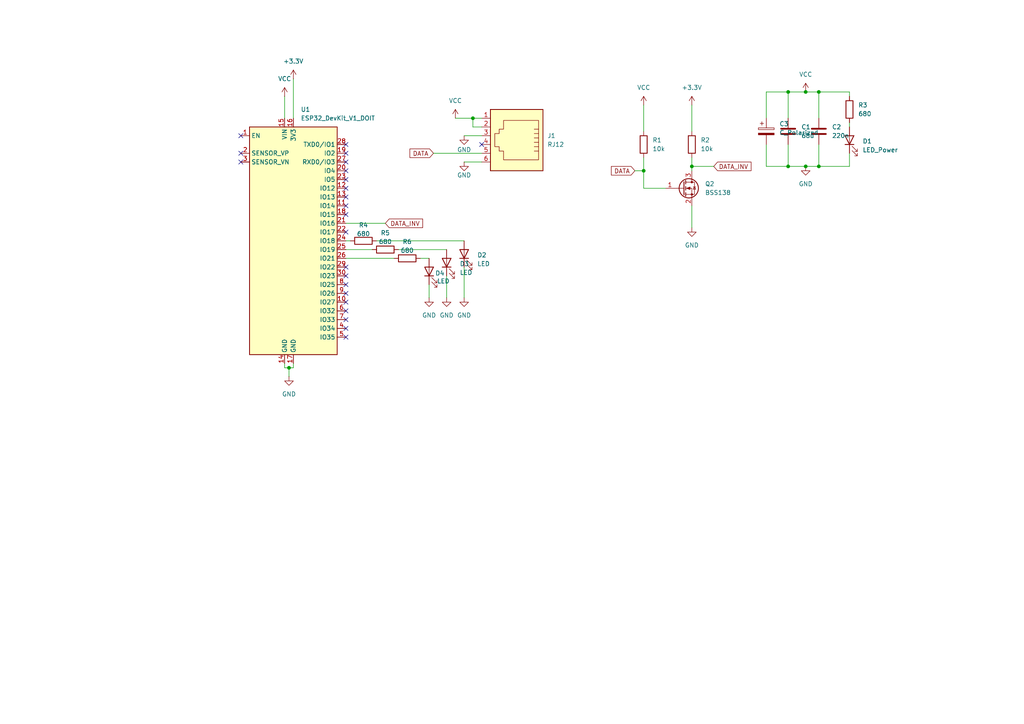
<source format=kicad_sch>
(kicad_sch
	(version 20250114)
	(generator "eeschema")
	(generator_version "9.0")
	(uuid "1a452b68-6bdd-4666-8a9c-3c6cce0aa5e0")
	(paper "A4")
	(lib_symbols
		(symbol "Connector:RJ12"
			(pin_names
				(offset 1.016)
			)
			(exclude_from_sim no)
			(in_bom yes)
			(on_board yes)
			(property "Reference" "J"
				(at -5.08 11.43 0)
				(effects
					(font
						(size 1.27 1.27)
					)
					(justify right)
				)
			)
			(property "Value" "RJ12"
				(at 2.54 11.43 0)
				(effects
					(font
						(size 1.27 1.27)
					)
					(justify left)
				)
			)
			(property "Footprint" ""
				(at 0 0.635 90)
				(effects
					(font
						(size 1.27 1.27)
					)
					(hide yes)
				)
			)
			(property "Datasheet" "~"
				(at 0 0.635 90)
				(effects
					(font
						(size 1.27 1.27)
					)
					(hide yes)
				)
			)
			(property "Description" "RJ connector, 6P6C (6 positions 6 connected)"
				(at 0 0 0)
				(effects
					(font
						(size 1.27 1.27)
					)
					(hide yes)
				)
			)
			(property "ki_keywords" "6P6C RJ socket connector"
				(at 0 0 0)
				(effects
					(font
						(size 1.27 1.27)
					)
					(hide yes)
				)
			)
			(property "ki_fp_filters" "6P6C* RJ12* RJ18* RJ25*"
				(at 0 0 0)
				(effects
					(font
						(size 1.27 1.27)
					)
					(hide yes)
				)
			)
			(symbol "RJ12_0_1"
				(polyline
					(pts
						(xy -6.35 3.175) (xy -5.08 3.175) (xy -5.08 3.175)
					)
					(stroke
						(width 0)
						(type default)
					)
					(fill
						(type none)
					)
				)
				(polyline
					(pts
						(xy -6.35 1.905) (xy -5.08 1.905) (xy -5.08 1.905)
					)
					(stroke
						(width 0)
						(type default)
					)
					(fill
						(type none)
					)
				)
				(polyline
					(pts
						(xy -6.35 0.635) (xy -5.08 0.635) (xy -5.08 0.635)
					)
					(stroke
						(width 0)
						(type default)
					)
					(fill
						(type none)
					)
				)
				(polyline
					(pts
						(xy -6.35 -0.635) (xy -5.08 -0.635) (xy -5.08 -0.635)
					)
					(stroke
						(width 0)
						(type default)
					)
					(fill
						(type none)
					)
				)
				(polyline
					(pts
						(xy -6.35 -1.905) (xy -5.08 -1.905) (xy -5.08 -1.905)
					)
					(stroke
						(width 0)
						(type default)
					)
					(fill
						(type none)
					)
				)
				(polyline
					(pts
						(xy -6.35 -4.445) (xy -6.35 6.985) (xy 3.81 6.985) (xy 3.81 4.445) (xy 5.08 4.445) (xy 5.08 3.175)
						(xy 6.35 3.175) (xy 6.35 -0.635) (xy 5.08 -0.635) (xy 5.08 -1.905) (xy 3.81 -1.905) (xy 3.81 -4.445)
						(xy -6.35 -4.445) (xy -6.35 -4.445)
					)
					(stroke
						(width 0)
						(type default)
					)
					(fill
						(type none)
					)
				)
				(polyline
					(pts
						(xy -5.08 4.445) (xy -6.35 4.445) (xy -6.35 4.445)
					)
					(stroke
						(width 0)
						(type default)
					)
					(fill
						(type none)
					)
				)
				(rectangle
					(start 7.62 10.16)
					(end -7.62 -7.62)
					(stroke
						(width 0.254)
						(type default)
					)
					(fill
						(type background)
					)
				)
			)
			(symbol "RJ12_1_1"
				(pin passive line
					(at 10.16 7.62 180)
					(length 2.54)
					(name "~"
						(effects
							(font
								(size 1.27 1.27)
							)
						)
					)
					(number "6"
						(effects
							(font
								(size 1.27 1.27)
							)
						)
					)
				)
				(pin passive line
					(at 10.16 5.08 180)
					(length 2.54)
					(name "~"
						(effects
							(font
								(size 1.27 1.27)
							)
						)
					)
					(number "5"
						(effects
							(font
								(size 1.27 1.27)
							)
						)
					)
				)
				(pin passive line
					(at 10.16 2.54 180)
					(length 2.54)
					(name "~"
						(effects
							(font
								(size 1.27 1.27)
							)
						)
					)
					(number "4"
						(effects
							(font
								(size 1.27 1.27)
							)
						)
					)
				)
				(pin passive line
					(at 10.16 0 180)
					(length 2.54)
					(name "~"
						(effects
							(font
								(size 1.27 1.27)
							)
						)
					)
					(number "3"
						(effects
							(font
								(size 1.27 1.27)
							)
						)
					)
				)
				(pin passive line
					(at 10.16 -2.54 180)
					(length 2.54)
					(name "~"
						(effects
							(font
								(size 1.27 1.27)
							)
						)
					)
					(number "2"
						(effects
							(font
								(size 1.27 1.27)
							)
						)
					)
				)
				(pin passive line
					(at 10.16 -5.08 180)
					(length 2.54)
					(name "~"
						(effects
							(font
								(size 1.27 1.27)
							)
						)
					)
					(number "1"
						(effects
							(font
								(size 1.27 1.27)
							)
						)
					)
				)
			)
			(embedded_fonts no)
		)
		(symbol "Device:C"
			(pin_numbers
				(hide yes)
			)
			(pin_names
				(offset 0.254)
			)
			(exclude_from_sim no)
			(in_bom yes)
			(on_board yes)
			(property "Reference" "C"
				(at 0.635 2.54 0)
				(effects
					(font
						(size 1.27 1.27)
					)
					(justify left)
				)
			)
			(property "Value" "C"
				(at 0.635 -2.54 0)
				(effects
					(font
						(size 1.27 1.27)
					)
					(justify left)
				)
			)
			(property "Footprint" ""
				(at 0.9652 -3.81 0)
				(effects
					(font
						(size 1.27 1.27)
					)
					(hide yes)
				)
			)
			(property "Datasheet" "~"
				(at 0 0 0)
				(effects
					(font
						(size 1.27 1.27)
					)
					(hide yes)
				)
			)
			(property "Description" "Unpolarized capacitor"
				(at 0 0 0)
				(effects
					(font
						(size 1.27 1.27)
					)
					(hide yes)
				)
			)
			(property "ki_keywords" "cap capacitor"
				(at 0 0 0)
				(effects
					(font
						(size 1.27 1.27)
					)
					(hide yes)
				)
			)
			(property "ki_fp_filters" "C_*"
				(at 0 0 0)
				(effects
					(font
						(size 1.27 1.27)
					)
					(hide yes)
				)
			)
			(symbol "C_0_1"
				(polyline
					(pts
						(xy -2.032 0.762) (xy 2.032 0.762)
					)
					(stroke
						(width 0.508)
						(type default)
					)
					(fill
						(type none)
					)
				)
				(polyline
					(pts
						(xy -2.032 -0.762) (xy 2.032 -0.762)
					)
					(stroke
						(width 0.508)
						(type default)
					)
					(fill
						(type none)
					)
				)
			)
			(symbol "C_1_1"
				(pin passive line
					(at 0 3.81 270)
					(length 2.794)
					(name "~"
						(effects
							(font
								(size 1.27 1.27)
							)
						)
					)
					(number "1"
						(effects
							(font
								(size 1.27 1.27)
							)
						)
					)
				)
				(pin passive line
					(at 0 -3.81 90)
					(length 2.794)
					(name "~"
						(effects
							(font
								(size 1.27 1.27)
							)
						)
					)
					(number "2"
						(effects
							(font
								(size 1.27 1.27)
							)
						)
					)
				)
			)
			(embedded_fonts no)
		)
		(symbol "Device:C_Polarized"
			(pin_numbers
				(hide yes)
			)
			(pin_names
				(offset 0.254)
			)
			(exclude_from_sim no)
			(in_bom yes)
			(on_board yes)
			(property "Reference" "C"
				(at 0.635 2.54 0)
				(effects
					(font
						(size 1.27 1.27)
					)
					(justify left)
				)
			)
			(property "Value" "C_Polarized"
				(at 0.635 -2.54 0)
				(effects
					(font
						(size 1.27 1.27)
					)
					(justify left)
				)
			)
			(property "Footprint" ""
				(at 0.9652 -3.81 0)
				(effects
					(font
						(size 1.27 1.27)
					)
					(hide yes)
				)
			)
			(property "Datasheet" "~"
				(at 0 0 0)
				(effects
					(font
						(size 1.27 1.27)
					)
					(hide yes)
				)
			)
			(property "Description" "Polarized capacitor"
				(at 0 0 0)
				(effects
					(font
						(size 1.27 1.27)
					)
					(hide yes)
				)
			)
			(property "ki_keywords" "cap capacitor"
				(at 0 0 0)
				(effects
					(font
						(size 1.27 1.27)
					)
					(hide yes)
				)
			)
			(property "ki_fp_filters" "CP_*"
				(at 0 0 0)
				(effects
					(font
						(size 1.27 1.27)
					)
					(hide yes)
				)
			)
			(symbol "C_Polarized_0_1"
				(rectangle
					(start -2.286 0.508)
					(end 2.286 1.016)
					(stroke
						(width 0)
						(type default)
					)
					(fill
						(type none)
					)
				)
				(polyline
					(pts
						(xy -1.778 2.286) (xy -0.762 2.286)
					)
					(stroke
						(width 0)
						(type default)
					)
					(fill
						(type none)
					)
				)
				(polyline
					(pts
						(xy -1.27 2.794) (xy -1.27 1.778)
					)
					(stroke
						(width 0)
						(type default)
					)
					(fill
						(type none)
					)
				)
				(rectangle
					(start 2.286 -0.508)
					(end -2.286 -1.016)
					(stroke
						(width 0)
						(type default)
					)
					(fill
						(type outline)
					)
				)
			)
			(symbol "C_Polarized_1_1"
				(pin passive line
					(at 0 3.81 270)
					(length 2.794)
					(name "~"
						(effects
							(font
								(size 1.27 1.27)
							)
						)
					)
					(number "1"
						(effects
							(font
								(size 1.27 1.27)
							)
						)
					)
				)
				(pin passive line
					(at 0 -3.81 90)
					(length 2.794)
					(name "~"
						(effects
							(font
								(size 1.27 1.27)
							)
						)
					)
					(number "2"
						(effects
							(font
								(size 1.27 1.27)
							)
						)
					)
				)
			)
			(embedded_fonts no)
		)
		(symbol "Device:LED"
			(pin_numbers
				(hide yes)
			)
			(pin_names
				(offset 1.016)
				(hide yes)
			)
			(exclude_from_sim no)
			(in_bom yes)
			(on_board yes)
			(property "Reference" "D"
				(at 0 2.54 0)
				(effects
					(font
						(size 1.27 1.27)
					)
				)
			)
			(property "Value" "LED"
				(at 0 -2.54 0)
				(effects
					(font
						(size 1.27 1.27)
					)
				)
			)
			(property "Footprint" ""
				(at 0 0 0)
				(effects
					(font
						(size 1.27 1.27)
					)
					(hide yes)
				)
			)
			(property "Datasheet" "~"
				(at 0 0 0)
				(effects
					(font
						(size 1.27 1.27)
					)
					(hide yes)
				)
			)
			(property "Description" "Light emitting diode"
				(at 0 0 0)
				(effects
					(font
						(size 1.27 1.27)
					)
					(hide yes)
				)
			)
			(property "Sim.Pins" "1=K 2=A"
				(at 0 0 0)
				(effects
					(font
						(size 1.27 1.27)
					)
					(hide yes)
				)
			)
			(property "ki_keywords" "LED diode"
				(at 0 0 0)
				(effects
					(font
						(size 1.27 1.27)
					)
					(hide yes)
				)
			)
			(property "ki_fp_filters" "LED* LED_SMD:* LED_THT:*"
				(at 0 0 0)
				(effects
					(font
						(size 1.27 1.27)
					)
					(hide yes)
				)
			)
			(symbol "LED_0_1"
				(polyline
					(pts
						(xy -3.048 -0.762) (xy -4.572 -2.286) (xy -3.81 -2.286) (xy -4.572 -2.286) (xy -4.572 -1.524)
					)
					(stroke
						(width 0)
						(type default)
					)
					(fill
						(type none)
					)
				)
				(polyline
					(pts
						(xy -1.778 -0.762) (xy -3.302 -2.286) (xy -2.54 -2.286) (xy -3.302 -2.286) (xy -3.302 -1.524)
					)
					(stroke
						(width 0)
						(type default)
					)
					(fill
						(type none)
					)
				)
				(polyline
					(pts
						(xy -1.27 0) (xy 1.27 0)
					)
					(stroke
						(width 0)
						(type default)
					)
					(fill
						(type none)
					)
				)
				(polyline
					(pts
						(xy -1.27 -1.27) (xy -1.27 1.27)
					)
					(stroke
						(width 0.254)
						(type default)
					)
					(fill
						(type none)
					)
				)
				(polyline
					(pts
						(xy 1.27 -1.27) (xy 1.27 1.27) (xy -1.27 0) (xy 1.27 -1.27)
					)
					(stroke
						(width 0.254)
						(type default)
					)
					(fill
						(type none)
					)
				)
			)
			(symbol "LED_1_1"
				(pin passive line
					(at -3.81 0 0)
					(length 2.54)
					(name "K"
						(effects
							(font
								(size 1.27 1.27)
							)
						)
					)
					(number "1"
						(effects
							(font
								(size 1.27 1.27)
							)
						)
					)
				)
				(pin passive line
					(at 3.81 0 180)
					(length 2.54)
					(name "A"
						(effects
							(font
								(size 1.27 1.27)
							)
						)
					)
					(number "2"
						(effects
							(font
								(size 1.27 1.27)
							)
						)
					)
				)
			)
			(embedded_fonts no)
		)
		(symbol "Device:R"
			(pin_numbers
				(hide yes)
			)
			(pin_names
				(offset 0)
			)
			(exclude_from_sim no)
			(in_bom yes)
			(on_board yes)
			(property "Reference" "R"
				(at 2.032 0 90)
				(effects
					(font
						(size 1.27 1.27)
					)
				)
			)
			(property "Value" "R"
				(at 0 0 90)
				(effects
					(font
						(size 1.27 1.27)
					)
				)
			)
			(property "Footprint" ""
				(at -1.778 0 90)
				(effects
					(font
						(size 1.27 1.27)
					)
					(hide yes)
				)
			)
			(property "Datasheet" "~"
				(at 0 0 0)
				(effects
					(font
						(size 1.27 1.27)
					)
					(hide yes)
				)
			)
			(property "Description" "Resistor"
				(at 0 0 0)
				(effects
					(font
						(size 1.27 1.27)
					)
					(hide yes)
				)
			)
			(property "ki_keywords" "R res resistor"
				(at 0 0 0)
				(effects
					(font
						(size 1.27 1.27)
					)
					(hide yes)
				)
			)
			(property "ki_fp_filters" "R_*"
				(at 0 0 0)
				(effects
					(font
						(size 1.27 1.27)
					)
					(hide yes)
				)
			)
			(symbol "R_0_1"
				(rectangle
					(start -1.016 -2.54)
					(end 1.016 2.54)
					(stroke
						(width 0.254)
						(type default)
					)
					(fill
						(type none)
					)
				)
			)
			(symbol "R_1_1"
				(pin passive line
					(at 0 3.81 270)
					(length 1.27)
					(name "~"
						(effects
							(font
								(size 1.27 1.27)
							)
						)
					)
					(number "1"
						(effects
							(font
								(size 1.27 1.27)
							)
						)
					)
				)
				(pin passive line
					(at 0 -3.81 90)
					(length 1.27)
					(name "~"
						(effects
							(font
								(size 1.27 1.27)
							)
						)
					)
					(number "2"
						(effects
							(font
								(size 1.27 1.27)
							)
						)
					)
				)
			)
			(embedded_fonts no)
		)
		(symbol "Transistor_FET:BSS138"
			(pin_names
				(offset 0)
				(hide yes)
			)
			(exclude_from_sim no)
			(in_bom yes)
			(on_board yes)
			(property "Reference" "Q"
				(at 5.08 1.905 0)
				(effects
					(font
						(size 1.27 1.27)
					)
					(justify left)
				)
			)
			(property "Value" "BSS138"
				(at 5.08 0 0)
				(effects
					(font
						(size 1.27 1.27)
					)
					(justify left)
				)
			)
			(property "Footprint" "Package_TO_SOT_SMD:SOT-23"
				(at 5.08 -1.905 0)
				(effects
					(font
						(size 1.27 1.27)
						(italic yes)
					)
					(justify left)
					(hide yes)
				)
			)
			(property "Datasheet" "https://www.onsemi.com/pub/Collateral/BSS138-D.PDF"
				(at 5.08 -3.81 0)
				(effects
					(font
						(size 1.27 1.27)
					)
					(justify left)
					(hide yes)
				)
			)
			(property "Description" "50V Vds, 0.22A Id, N-Channel MOSFET, SOT-23"
				(at 0 0 0)
				(effects
					(font
						(size 1.27 1.27)
					)
					(hide yes)
				)
			)
			(property "ki_keywords" "N-Channel MOSFET"
				(at 0 0 0)
				(effects
					(font
						(size 1.27 1.27)
					)
					(hide yes)
				)
			)
			(property "ki_fp_filters" "SOT?23*"
				(at 0 0 0)
				(effects
					(font
						(size 1.27 1.27)
					)
					(hide yes)
				)
			)
			(symbol "BSS138_0_1"
				(polyline
					(pts
						(xy 0.254 1.905) (xy 0.254 -1.905)
					)
					(stroke
						(width 0.254)
						(type default)
					)
					(fill
						(type none)
					)
				)
				(polyline
					(pts
						(xy 0.254 0) (xy -2.54 0)
					)
					(stroke
						(width 0)
						(type default)
					)
					(fill
						(type none)
					)
				)
				(polyline
					(pts
						(xy 0.762 2.286) (xy 0.762 1.27)
					)
					(stroke
						(width 0.254)
						(type default)
					)
					(fill
						(type none)
					)
				)
				(polyline
					(pts
						(xy 0.762 0.508) (xy 0.762 -0.508)
					)
					(stroke
						(width 0.254)
						(type default)
					)
					(fill
						(type none)
					)
				)
				(polyline
					(pts
						(xy 0.762 -1.27) (xy 0.762 -2.286)
					)
					(stroke
						(width 0.254)
						(type default)
					)
					(fill
						(type none)
					)
				)
				(polyline
					(pts
						(xy 0.762 -1.778) (xy 3.302 -1.778) (xy 3.302 1.778) (xy 0.762 1.778)
					)
					(stroke
						(width 0)
						(type default)
					)
					(fill
						(type none)
					)
				)
				(polyline
					(pts
						(xy 1.016 0) (xy 2.032 0.381) (xy 2.032 -0.381) (xy 1.016 0)
					)
					(stroke
						(width 0)
						(type default)
					)
					(fill
						(type outline)
					)
				)
				(circle
					(center 1.651 0)
					(radius 2.794)
					(stroke
						(width 0.254)
						(type default)
					)
					(fill
						(type none)
					)
				)
				(polyline
					(pts
						(xy 2.54 2.54) (xy 2.54 1.778)
					)
					(stroke
						(width 0)
						(type default)
					)
					(fill
						(type none)
					)
				)
				(circle
					(center 2.54 1.778)
					(radius 0.254)
					(stroke
						(width 0)
						(type default)
					)
					(fill
						(type outline)
					)
				)
				(circle
					(center 2.54 -1.778)
					(radius 0.254)
					(stroke
						(width 0)
						(type default)
					)
					(fill
						(type outline)
					)
				)
				(polyline
					(pts
						(xy 2.54 -2.54) (xy 2.54 0) (xy 0.762 0)
					)
					(stroke
						(width 0)
						(type default)
					)
					(fill
						(type none)
					)
				)
				(polyline
					(pts
						(xy 2.921 0.381) (xy 3.683 0.381)
					)
					(stroke
						(width 0)
						(type default)
					)
					(fill
						(type none)
					)
				)
				(polyline
					(pts
						(xy 3.302 0.381) (xy 2.921 -0.254) (xy 3.683 -0.254) (xy 3.302 0.381)
					)
					(stroke
						(width 0)
						(type default)
					)
					(fill
						(type none)
					)
				)
			)
			(symbol "BSS138_1_1"
				(pin input line
					(at -5.08 0 0)
					(length 2.54)
					(name "G"
						(effects
							(font
								(size 1.27 1.27)
							)
						)
					)
					(number "1"
						(effects
							(font
								(size 1.27 1.27)
							)
						)
					)
				)
				(pin passive line
					(at 2.54 5.08 270)
					(length 2.54)
					(name "D"
						(effects
							(font
								(size 1.27 1.27)
							)
						)
					)
					(number "3"
						(effects
							(font
								(size 1.27 1.27)
							)
						)
					)
				)
				(pin passive line
					(at 2.54 -5.08 90)
					(length 2.54)
					(name "S"
						(effects
							(font
								(size 1.27 1.27)
							)
						)
					)
					(number "2"
						(effects
							(font
								(size 1.27 1.27)
							)
						)
					)
				)
			)
			(embedded_fonts no)
		)
		(symbol "esp32_devkit_v1_doit:ESP32_DevKit_V1_DOIT"
			(exclude_from_sim no)
			(in_bom yes)
			(on_board yes)
			(property "Reference" "U"
				(at -11.43 34.29 0)
				(effects
					(font
						(size 1.27 1.27)
					)
				)
			)
			(property "Value" "ESP32_DevKit_V1_DOIT"
				(at 11.43 34.29 0)
				(effects
					(font
						(size 1.27 1.27)
					)
				)
			)
			(property "Footprint" "ESP32_DevKit_V1_DOIT:esp32_devkit_v1_doit"
				(at -11.43 34.29 0)
				(effects
					(font
						(size 1.27 1.27)
					)
					(hide yes)
				)
			)
			(property "Datasheet" ""
				(at -11.43 34.29 0)
				(effects
					(font
						(size 1.27 1.27)
					)
					(hide yes)
				)
			)
			(property "Description" ""
				(at 0 0 0)
				(effects
					(font
						(size 1.27 1.27)
					)
					(hide yes)
				)
			)
			(property "ki_fp_filters" "esp32?devkit?v1?doit*"
				(at 0 0 0)
				(effects
					(font
						(size 1.27 1.27)
					)
					(hide yes)
				)
			)
			(symbol "ESP32_DevKit_V1_DOIT_1_1"
				(rectangle
					(start -12.7 33.02)
					(end 12.7 -33.02)
					(stroke
						(width 0.254)
						(type solid)
					)
					(fill
						(type background)
					)
				)
				(pin input line
					(at -15.24 30.48 0)
					(length 2.54)
					(name "EN"
						(effects
							(font
								(size 1.27 1.27)
							)
						)
					)
					(number "1"
						(effects
							(font
								(size 1.27 1.27)
							)
						)
					)
				)
				(pin input line
					(at -15.24 25.4 0)
					(length 2.54)
					(name "SENSOR_VP"
						(effects
							(font
								(size 1.27 1.27)
							)
						)
					)
					(number "2"
						(effects
							(font
								(size 1.27 1.27)
							)
						)
					)
				)
				(pin input line
					(at -15.24 22.86 0)
					(length 2.54)
					(name "SENSOR_VN"
						(effects
							(font
								(size 1.27 1.27)
							)
						)
					)
					(number "3"
						(effects
							(font
								(size 1.27 1.27)
							)
						)
					)
				)
				(pin power_in line
					(at -2.54 35.56 270)
					(length 2.54)
					(name "VIN"
						(effects
							(font
								(size 1.27 1.27)
							)
						)
					)
					(number "15"
						(effects
							(font
								(size 1.27 1.27)
							)
						)
					)
				)
				(pin power_in line
					(at -2.54 -35.56 90)
					(length 2.54)
					(name "GND"
						(effects
							(font
								(size 1.27 1.27)
							)
						)
					)
					(number "14"
						(effects
							(font
								(size 1.27 1.27)
							)
						)
					)
				)
				(pin power_in line
					(at 0 35.56 270)
					(length 2.54)
					(name "3V3"
						(effects
							(font
								(size 1.27 1.27)
							)
						)
					)
					(number "16"
						(effects
							(font
								(size 1.27 1.27)
							)
						)
					)
				)
				(pin power_in line
					(at 0 -35.56 90)
					(length 2.54)
					(name "GND"
						(effects
							(font
								(size 1.27 1.27)
							)
						)
					)
					(number "17"
						(effects
							(font
								(size 1.27 1.27)
							)
						)
					)
				)
				(pin bidirectional line
					(at 15.24 27.94 180)
					(length 2.54)
					(name "TXD0/IO1"
						(effects
							(font
								(size 1.27 1.27)
							)
						)
					)
					(number "28"
						(effects
							(font
								(size 1.27 1.27)
							)
						)
					)
				)
				(pin bidirectional line
					(at 15.24 25.4 180)
					(length 2.54)
					(name "IO2"
						(effects
							(font
								(size 1.27 1.27)
							)
						)
					)
					(number "19"
						(effects
							(font
								(size 1.27 1.27)
							)
						)
					)
				)
				(pin bidirectional line
					(at 15.24 22.86 180)
					(length 2.54)
					(name "RXD0/IO3"
						(effects
							(font
								(size 1.27 1.27)
							)
						)
					)
					(number "27"
						(effects
							(font
								(size 1.27 1.27)
							)
						)
					)
				)
				(pin bidirectional line
					(at 15.24 20.32 180)
					(length 2.54)
					(name "IO4"
						(effects
							(font
								(size 1.27 1.27)
							)
						)
					)
					(number "20"
						(effects
							(font
								(size 1.27 1.27)
							)
						)
					)
				)
				(pin bidirectional line
					(at 15.24 17.78 180)
					(length 2.54)
					(name "IO5"
						(effects
							(font
								(size 1.27 1.27)
							)
						)
					)
					(number "23"
						(effects
							(font
								(size 1.27 1.27)
							)
						)
					)
				)
				(pin bidirectional line
					(at 15.24 15.24 180)
					(length 2.54)
					(name "IO12"
						(effects
							(font
								(size 1.27 1.27)
							)
						)
					)
					(number "12"
						(effects
							(font
								(size 1.27 1.27)
							)
						)
					)
				)
				(pin bidirectional line
					(at 15.24 12.7 180)
					(length 2.54)
					(name "IO13"
						(effects
							(font
								(size 1.27 1.27)
							)
						)
					)
					(number "13"
						(effects
							(font
								(size 1.27 1.27)
							)
						)
					)
				)
				(pin bidirectional line
					(at 15.24 10.16 180)
					(length 2.54)
					(name "IO14"
						(effects
							(font
								(size 1.27 1.27)
							)
						)
					)
					(number "11"
						(effects
							(font
								(size 1.27 1.27)
							)
						)
					)
				)
				(pin bidirectional line
					(at 15.24 7.62 180)
					(length 2.54)
					(name "IO15"
						(effects
							(font
								(size 1.27 1.27)
							)
						)
					)
					(number "18"
						(effects
							(font
								(size 1.27 1.27)
							)
						)
					)
				)
				(pin bidirectional line
					(at 15.24 5.08 180)
					(length 2.54)
					(name "IO16"
						(effects
							(font
								(size 1.27 1.27)
							)
						)
					)
					(number "21"
						(effects
							(font
								(size 1.27 1.27)
							)
						)
					)
				)
				(pin bidirectional line
					(at 15.24 2.54 180)
					(length 2.54)
					(name "IO17"
						(effects
							(font
								(size 1.27 1.27)
							)
						)
					)
					(number "22"
						(effects
							(font
								(size 1.27 1.27)
							)
						)
					)
				)
				(pin bidirectional line
					(at 15.24 0 180)
					(length 2.54)
					(name "IO18"
						(effects
							(font
								(size 1.27 1.27)
							)
						)
					)
					(number "24"
						(effects
							(font
								(size 1.27 1.27)
							)
						)
					)
				)
				(pin bidirectional line
					(at 15.24 -2.54 180)
					(length 2.54)
					(name "IO19"
						(effects
							(font
								(size 1.27 1.27)
							)
						)
					)
					(number "25"
						(effects
							(font
								(size 1.27 1.27)
							)
						)
					)
				)
				(pin bidirectional line
					(at 15.24 -5.08 180)
					(length 2.54)
					(name "IO21"
						(effects
							(font
								(size 1.27 1.27)
							)
						)
					)
					(number "26"
						(effects
							(font
								(size 1.27 1.27)
							)
						)
					)
				)
				(pin bidirectional line
					(at 15.24 -7.62 180)
					(length 2.54)
					(name "IO22"
						(effects
							(font
								(size 1.27 1.27)
							)
						)
					)
					(number "29"
						(effects
							(font
								(size 1.27 1.27)
							)
						)
					)
				)
				(pin bidirectional line
					(at 15.24 -10.16 180)
					(length 2.54)
					(name "IO23"
						(effects
							(font
								(size 1.27 1.27)
							)
						)
					)
					(number "30"
						(effects
							(font
								(size 1.27 1.27)
							)
						)
					)
				)
				(pin bidirectional line
					(at 15.24 -12.7 180)
					(length 2.54)
					(name "IO25"
						(effects
							(font
								(size 1.27 1.27)
							)
						)
					)
					(number "8"
						(effects
							(font
								(size 1.27 1.27)
							)
						)
					)
				)
				(pin bidirectional line
					(at 15.24 -15.24 180)
					(length 2.54)
					(name "IO26"
						(effects
							(font
								(size 1.27 1.27)
							)
						)
					)
					(number "9"
						(effects
							(font
								(size 1.27 1.27)
							)
						)
					)
				)
				(pin bidirectional line
					(at 15.24 -17.78 180)
					(length 2.54)
					(name "IO27"
						(effects
							(font
								(size 1.27 1.27)
							)
						)
					)
					(number "10"
						(effects
							(font
								(size 1.27 1.27)
							)
						)
					)
				)
				(pin bidirectional line
					(at 15.24 -20.32 180)
					(length 2.54)
					(name "IO32"
						(effects
							(font
								(size 1.27 1.27)
							)
						)
					)
					(number "6"
						(effects
							(font
								(size 1.27 1.27)
							)
						)
					)
				)
				(pin bidirectional line
					(at 15.24 -22.86 180)
					(length 2.54)
					(name "IO33"
						(effects
							(font
								(size 1.27 1.27)
							)
						)
					)
					(number "7"
						(effects
							(font
								(size 1.27 1.27)
							)
						)
					)
				)
				(pin input line
					(at 15.24 -25.4 180)
					(length 2.54)
					(name "IO34"
						(effects
							(font
								(size 1.27 1.27)
							)
						)
					)
					(number "4"
						(effects
							(font
								(size 1.27 1.27)
							)
						)
					)
				)
				(pin input line
					(at 15.24 -27.94 180)
					(length 2.54)
					(name "IO35"
						(effects
							(font
								(size 1.27 1.27)
							)
						)
					)
					(number "5"
						(effects
							(font
								(size 1.27 1.27)
							)
						)
					)
				)
			)
			(embedded_fonts no)
		)
		(symbol "power:+3.3V"
			(power)
			(pin_numbers
				(hide yes)
			)
			(pin_names
				(offset 0)
				(hide yes)
			)
			(exclude_from_sim no)
			(in_bom yes)
			(on_board yes)
			(property "Reference" "#PWR"
				(at 0 -3.81 0)
				(effects
					(font
						(size 1.27 1.27)
					)
					(hide yes)
				)
			)
			(property "Value" "+3.3V"
				(at 0 3.556 0)
				(effects
					(font
						(size 1.27 1.27)
					)
				)
			)
			(property "Footprint" ""
				(at 0 0 0)
				(effects
					(font
						(size 1.27 1.27)
					)
					(hide yes)
				)
			)
			(property "Datasheet" ""
				(at 0 0 0)
				(effects
					(font
						(size 1.27 1.27)
					)
					(hide yes)
				)
			)
			(property "Description" "Power symbol creates a global label with name \"+3.3V\""
				(at 0 0 0)
				(effects
					(font
						(size 1.27 1.27)
					)
					(hide yes)
				)
			)
			(property "ki_keywords" "global power"
				(at 0 0 0)
				(effects
					(font
						(size 1.27 1.27)
					)
					(hide yes)
				)
			)
			(symbol "+3.3V_0_1"
				(polyline
					(pts
						(xy -0.762 1.27) (xy 0 2.54)
					)
					(stroke
						(width 0)
						(type default)
					)
					(fill
						(type none)
					)
				)
				(polyline
					(pts
						(xy 0 2.54) (xy 0.762 1.27)
					)
					(stroke
						(width 0)
						(type default)
					)
					(fill
						(type none)
					)
				)
				(polyline
					(pts
						(xy 0 0) (xy 0 2.54)
					)
					(stroke
						(width 0)
						(type default)
					)
					(fill
						(type none)
					)
				)
			)
			(symbol "+3.3V_1_1"
				(pin power_in line
					(at 0 0 90)
					(length 0)
					(name "~"
						(effects
							(font
								(size 1.27 1.27)
							)
						)
					)
					(number "1"
						(effects
							(font
								(size 1.27 1.27)
							)
						)
					)
				)
			)
			(embedded_fonts no)
		)
		(symbol "power:GND"
			(power)
			(pin_numbers
				(hide yes)
			)
			(pin_names
				(offset 0)
				(hide yes)
			)
			(exclude_from_sim no)
			(in_bom yes)
			(on_board yes)
			(property "Reference" "#PWR"
				(at 0 -6.35 0)
				(effects
					(font
						(size 1.27 1.27)
					)
					(hide yes)
				)
			)
			(property "Value" "GND"
				(at 0 -3.81 0)
				(effects
					(font
						(size 1.27 1.27)
					)
				)
			)
			(property "Footprint" ""
				(at 0 0 0)
				(effects
					(font
						(size 1.27 1.27)
					)
					(hide yes)
				)
			)
			(property "Datasheet" ""
				(at 0 0 0)
				(effects
					(font
						(size 1.27 1.27)
					)
					(hide yes)
				)
			)
			(property "Description" "Power symbol creates a global label with name \"GND\" , ground"
				(at 0 0 0)
				(effects
					(font
						(size 1.27 1.27)
					)
					(hide yes)
				)
			)
			(property "ki_keywords" "global power"
				(at 0 0 0)
				(effects
					(font
						(size 1.27 1.27)
					)
					(hide yes)
				)
			)
			(symbol "GND_0_1"
				(polyline
					(pts
						(xy 0 0) (xy 0 -1.27) (xy 1.27 -1.27) (xy 0 -2.54) (xy -1.27 -1.27) (xy 0 -1.27)
					)
					(stroke
						(width 0)
						(type default)
					)
					(fill
						(type none)
					)
				)
			)
			(symbol "GND_1_1"
				(pin power_in line
					(at 0 0 270)
					(length 0)
					(name "~"
						(effects
							(font
								(size 1.27 1.27)
							)
						)
					)
					(number "1"
						(effects
							(font
								(size 1.27 1.27)
							)
						)
					)
				)
			)
			(embedded_fonts no)
		)
		(symbol "power:VCC"
			(power)
			(pin_numbers
				(hide yes)
			)
			(pin_names
				(offset 0)
				(hide yes)
			)
			(exclude_from_sim no)
			(in_bom yes)
			(on_board yes)
			(property "Reference" "#PWR"
				(at 0 -3.81 0)
				(effects
					(font
						(size 1.27 1.27)
					)
					(hide yes)
				)
			)
			(property "Value" "VCC"
				(at 0 3.556 0)
				(effects
					(font
						(size 1.27 1.27)
					)
				)
			)
			(property "Footprint" ""
				(at 0 0 0)
				(effects
					(font
						(size 1.27 1.27)
					)
					(hide yes)
				)
			)
			(property "Datasheet" ""
				(at 0 0 0)
				(effects
					(font
						(size 1.27 1.27)
					)
					(hide yes)
				)
			)
			(property "Description" "Power symbol creates a global label with name \"VCC\""
				(at 0 0 0)
				(effects
					(font
						(size 1.27 1.27)
					)
					(hide yes)
				)
			)
			(property "ki_keywords" "global power"
				(at 0 0 0)
				(effects
					(font
						(size 1.27 1.27)
					)
					(hide yes)
				)
			)
			(symbol "VCC_0_1"
				(polyline
					(pts
						(xy -0.762 1.27) (xy 0 2.54)
					)
					(stroke
						(width 0)
						(type default)
					)
					(fill
						(type none)
					)
				)
				(polyline
					(pts
						(xy 0 2.54) (xy 0.762 1.27)
					)
					(stroke
						(width 0)
						(type default)
					)
					(fill
						(type none)
					)
				)
				(polyline
					(pts
						(xy 0 0) (xy 0 2.54)
					)
					(stroke
						(width 0)
						(type default)
					)
					(fill
						(type none)
					)
				)
			)
			(symbol "VCC_1_1"
				(pin power_in line
					(at 0 0 90)
					(length 0)
					(name "~"
						(effects
							(font
								(size 1.27 1.27)
							)
						)
					)
					(number "1"
						(effects
							(font
								(size 1.27 1.27)
							)
						)
					)
				)
			)
			(embedded_fonts no)
		)
	)
	(junction
		(at 200.66 48.26)
		(diameter 0)
		(color 0 0 0 0)
		(uuid "3df2e2c4-86f6-4c30-ad3b-3c7a1abb7906")
	)
	(junction
		(at 186.69 49.53)
		(diameter 0)
		(color 0 0 0 0)
		(uuid "46bfadc8-6205-4259-8b49-1d82cc35eee9")
	)
	(junction
		(at 233.68 26.67)
		(diameter 0)
		(color 0 0 0 0)
		(uuid "768249c9-942a-491a-9d89-3e742356006f")
	)
	(junction
		(at 228.6 48.26)
		(diameter 0)
		(color 0 0 0 0)
		(uuid "85564a10-a15a-4462-ab9e-c16d18cc5e43")
	)
	(junction
		(at 83.82 106.68)
		(diameter 0)
		(color 0 0 0 0)
		(uuid "a198c8bd-ed43-405d-810a-deccd34956e2")
	)
	(junction
		(at 233.68 48.26)
		(diameter 0)
		(color 0 0 0 0)
		(uuid "a60a36af-9271-405f-8df6-a29559b28af3")
	)
	(junction
		(at 237.49 48.26)
		(diameter 0)
		(color 0 0 0 0)
		(uuid "a6dab5e1-a5fe-4e75-93e9-bb4637155893")
	)
	(junction
		(at 228.6 26.67)
		(diameter 0)
		(color 0 0 0 0)
		(uuid "c1491436-2764-4520-8488-ec7c1048d103")
	)
	(junction
		(at 137.16 34.29)
		(diameter 0)
		(color 0 0 0 0)
		(uuid "cc645c2c-3e97-4d2f-a43c-85c86b9ef06c")
	)
	(junction
		(at 237.49 26.67)
		(diameter 0)
		(color 0 0 0 0)
		(uuid "fc62a4e7-4ecb-48a2-958d-8419364774c8")
	)
	(no_connect
		(at 100.33 95.25)
		(uuid "254eeb2b-f0f5-49ce-98af-6eb73ab91dc1")
	)
	(no_connect
		(at 100.33 59.69)
		(uuid "337eafd9-76f8-4d30-8f60-394997d2f3ec")
	)
	(no_connect
		(at 100.33 62.23)
		(uuid "360696e4-0729-41fa-b04b-1064e80139c1")
	)
	(no_connect
		(at 139.7 41.91)
		(uuid "3e1831e0-8f01-4089-b58b-a25e2c48cc6b")
	)
	(no_connect
		(at 100.33 57.15)
		(uuid "42b7f3dc-ad0d-46df-a4cd-d1288ce3e3b6")
	)
	(no_connect
		(at 100.33 52.07)
		(uuid "4683a805-543c-4fcb-969c-6eedce081f02")
	)
	(no_connect
		(at 100.33 44.45)
		(uuid "515b8283-8e85-4b33-831d-4484f75b9735")
	)
	(no_connect
		(at 100.33 85.09)
		(uuid "53539f96-a784-42b8-a65a-4dd35ae03164")
	)
	(no_connect
		(at 69.85 39.37)
		(uuid "57f308e6-8538-4468-a8e9-ee11bd49d035")
	)
	(no_connect
		(at 100.33 54.61)
		(uuid "76ba60e4-298a-42d3-aa6b-507d51cfe07c")
	)
	(no_connect
		(at 100.33 80.01)
		(uuid "7873792e-7117-4d3b-9142-bb5cc9c450b2")
	)
	(no_connect
		(at 100.33 77.47)
		(uuid "7dc7431a-e240-42ea-b70e-c1da935a8730")
	)
	(no_connect
		(at 100.33 87.63)
		(uuid "b21e6e4b-b652-45d7-bdf3-7bf92dc217f4")
	)
	(no_connect
		(at 100.33 67.31)
		(uuid "b24b2b06-ca24-41ce-a123-54eea46b61b1")
	)
	(no_connect
		(at 100.33 46.99)
		(uuid "c28cf40e-7936-4838-a630-8f603ca972fa")
	)
	(no_connect
		(at 69.85 44.45)
		(uuid "ce8e297b-3f06-4060-bf34-29d3b3103c92")
	)
	(no_connect
		(at 100.33 92.71)
		(uuid "cf3e8471-9946-4fe5-8f21-0e06d7a88651")
	)
	(no_connect
		(at 100.33 82.55)
		(uuid "d23217bd-6b05-4c48-9fde-0d012ec73b96")
	)
	(no_connect
		(at 100.33 90.17)
		(uuid "d734d2ca-2c2e-4196-b41d-36e49c56adc1")
	)
	(no_connect
		(at 100.33 49.53)
		(uuid "ec5a4b29-0cf1-4399-a21b-f7b271719f1f")
	)
	(no_connect
		(at 69.85 46.99)
		(uuid "ee85b566-d93e-41b9-8f9d-8cc76fb8233c")
	)
	(no_connect
		(at 100.33 41.91)
		(uuid "f2385e7b-1bff-4141-84d2-0d78b2fd8206")
	)
	(no_connect
		(at 100.33 97.79)
		(uuid "facb209e-58bd-4d48-8d49-efcb5a6437eb")
	)
	(wire
		(pts
			(xy 237.49 26.67) (xy 246.38 26.67)
		)
		(stroke
			(width 0)
			(type default)
		)
		(uuid "00b2c3e4-e5fe-4011-be3e-a8254b648aea")
	)
	(wire
		(pts
			(xy 115.57 72.39) (xy 129.54 72.39)
		)
		(stroke
			(width 0)
			(type default)
		)
		(uuid "01878e3d-0d07-480e-8ed5-7605f9a3ee83")
	)
	(wire
		(pts
			(xy 109.22 69.85) (xy 134.62 69.85)
		)
		(stroke
			(width 0)
			(type default)
		)
		(uuid "032d8d5d-7588-4451-b27b-96d7ddaa1795")
	)
	(wire
		(pts
			(xy 82.55 27.94) (xy 82.55 34.29)
		)
		(stroke
			(width 0)
			(type default)
		)
		(uuid "03b5af65-3e5d-4ebb-9b8e-9028b7efc3c4")
	)
	(wire
		(pts
			(xy 134.62 39.37) (xy 139.7 39.37)
		)
		(stroke
			(width 0)
			(type default)
		)
		(uuid "0a270765-0668-44f7-89bb-9af5428f8cbc")
	)
	(wire
		(pts
			(xy 228.6 41.91) (xy 228.6 48.26)
		)
		(stroke
			(width 0)
			(type default)
		)
		(uuid "0ac12c93-c5bd-44a1-a742-eed9ab675a65")
	)
	(wire
		(pts
			(xy 124.46 82.55) (xy 124.46 86.36)
		)
		(stroke
			(width 0)
			(type default)
		)
		(uuid "0dae6bc4-2b8f-4f3e-a78d-9b1d6c88ef6f")
	)
	(wire
		(pts
			(xy 132.08 34.29) (xy 137.16 34.29)
		)
		(stroke
			(width 0)
			(type default)
		)
		(uuid "0e6ca8fb-fb26-4f73-86a0-b72bfd004257")
	)
	(wire
		(pts
			(xy 222.25 34.29) (xy 222.25 26.67)
		)
		(stroke
			(width 0)
			(type default)
		)
		(uuid "15d2b798-27e4-4f38-9efa-51355b1b8210")
	)
	(wire
		(pts
			(xy 200.66 48.26) (xy 200.66 49.53)
		)
		(stroke
			(width 0)
			(type default)
		)
		(uuid "180132fd-612a-4208-a138-65e9aa8dfd74")
	)
	(wire
		(pts
			(xy 184.15 49.53) (xy 186.69 49.53)
		)
		(stroke
			(width 0)
			(type default)
		)
		(uuid "1b10712a-07de-41d1-aded-f67fa085d017")
	)
	(wire
		(pts
			(xy 85.09 22.86) (xy 85.09 34.29)
		)
		(stroke
			(width 0)
			(type default)
		)
		(uuid "1c5aef6c-a8c2-48f8-8ef0-78132eace504")
	)
	(wire
		(pts
			(xy 246.38 35.56) (xy 246.38 36.83)
		)
		(stroke
			(width 0)
			(type default)
		)
		(uuid "1e0a301b-9442-4e2f-9696-243c28d3805b")
	)
	(wire
		(pts
			(xy 137.16 34.29) (xy 139.7 34.29)
		)
		(stroke
			(width 0)
			(type default)
		)
		(uuid "2139f60c-4c70-4889-a35e-fb26341062db")
	)
	(wire
		(pts
			(xy 237.49 34.29) (xy 237.49 26.67)
		)
		(stroke
			(width 0)
			(type default)
		)
		(uuid "2a1d4b22-2531-4d8a-9662-ff559f517815")
	)
	(wire
		(pts
			(xy 200.66 59.69) (xy 200.66 66.04)
		)
		(stroke
			(width 0)
			(type default)
		)
		(uuid "323aa53b-9c6c-4d1c-8b21-491339016303")
	)
	(wire
		(pts
			(xy 200.66 45.72) (xy 200.66 48.26)
		)
		(stroke
			(width 0)
			(type default)
		)
		(uuid "3b9c9e45-aa4f-42e2-825d-39b6ce7141cf")
	)
	(wire
		(pts
			(xy 200.66 30.48) (xy 200.66 38.1)
		)
		(stroke
			(width 0)
			(type default)
		)
		(uuid "4981add5-0d46-451c-8ab2-c5f9e490938e")
	)
	(wire
		(pts
			(xy 186.69 54.61) (xy 193.04 54.61)
		)
		(stroke
			(width 0)
			(type default)
		)
		(uuid "4af47f41-b969-4b96-807f-c87d255a8173")
	)
	(wire
		(pts
			(xy 125.73 44.45) (xy 139.7 44.45)
		)
		(stroke
			(width 0)
			(type default)
		)
		(uuid "4b4136e9-dd30-4964-87db-b4ef9f5cfc26")
	)
	(wire
		(pts
			(xy 85.09 105.41) (xy 85.09 106.68)
		)
		(stroke
			(width 0)
			(type default)
		)
		(uuid "4f58064a-da66-426d-937f-756d091cb42a")
	)
	(wire
		(pts
			(xy 82.55 105.41) (xy 82.55 106.68)
		)
		(stroke
			(width 0)
			(type default)
		)
		(uuid "52132068-b98a-407d-81ab-d576ec10a30c")
	)
	(wire
		(pts
			(xy 83.82 106.68) (xy 83.82 109.22)
		)
		(stroke
			(width 0)
			(type default)
		)
		(uuid "54b47581-1f49-4c26-be7d-25e45d8665b2")
	)
	(wire
		(pts
			(xy 186.69 30.48) (xy 186.69 38.1)
		)
		(stroke
			(width 0)
			(type default)
		)
		(uuid "5de15b0e-27ce-49f2-8ad0-b87da5dd376b")
	)
	(wire
		(pts
			(xy 222.25 41.91) (xy 222.25 48.26)
		)
		(stroke
			(width 0)
			(type default)
		)
		(uuid "698bfcaa-1080-40b7-8eda-4573e1342321")
	)
	(wire
		(pts
			(xy 100.33 69.85) (xy 101.6 69.85)
		)
		(stroke
			(width 0)
			(type default)
		)
		(uuid "6ec86d2d-cb84-4ca5-8583-e64823263444")
	)
	(wire
		(pts
			(xy 85.09 106.68) (xy 83.82 106.68)
		)
		(stroke
			(width 0)
			(type default)
		)
		(uuid "770d0b3c-be2f-4f5a-8728-21d456ec2919")
	)
	(wire
		(pts
			(xy 139.7 36.83) (xy 137.16 36.83)
		)
		(stroke
			(width 0)
			(type default)
		)
		(uuid "8099296f-f721-4db3-95d3-8056dce211c5")
	)
	(wire
		(pts
			(xy 237.49 41.91) (xy 237.49 48.26)
		)
		(stroke
			(width 0)
			(type default)
		)
		(uuid "81548bd2-6c0e-4c07-8459-d852070104eb")
	)
	(wire
		(pts
			(xy 134.62 46.99) (xy 139.7 46.99)
		)
		(stroke
			(width 0)
			(type default)
		)
		(uuid "844402fc-f53b-450d-91bc-32c8bf0b061d")
	)
	(wire
		(pts
			(xy 82.55 106.68) (xy 83.82 106.68)
		)
		(stroke
			(width 0)
			(type default)
		)
		(uuid "863f5a10-388c-4df7-92f1-c3049a059c51")
	)
	(wire
		(pts
			(xy 100.33 72.39) (xy 107.95 72.39)
		)
		(stroke
			(width 0)
			(type default)
		)
		(uuid "865a9119-d72f-423a-bf7d-1b5c5eb9ba52")
	)
	(wire
		(pts
			(xy 100.33 74.93) (xy 114.3 74.93)
		)
		(stroke
			(width 0)
			(type default)
		)
		(uuid "87fcb2b9-b1f7-45aa-ab5a-025458c44946")
	)
	(wire
		(pts
			(xy 246.38 48.26) (xy 237.49 48.26)
		)
		(stroke
			(width 0)
			(type default)
		)
		(uuid "8ad9bc1d-9643-449c-84f7-933d4ce9d182")
	)
	(wire
		(pts
			(xy 121.92 74.93) (xy 124.46 74.93)
		)
		(stroke
			(width 0)
			(type default)
		)
		(uuid "8c6b599b-1a6a-4fb3-8441-734df091a3a9")
	)
	(wire
		(pts
			(xy 200.66 48.26) (xy 207.01 48.26)
		)
		(stroke
			(width 0)
			(type default)
		)
		(uuid "90f306df-f1e2-4b07-8d7a-6359e31abb39")
	)
	(wire
		(pts
			(xy 222.25 26.67) (xy 228.6 26.67)
		)
		(stroke
			(width 0)
			(type default)
		)
		(uuid "94f6ece9-c08e-4eff-9060-76f16a53579c")
	)
	(wire
		(pts
			(xy 186.69 45.72) (xy 186.69 49.53)
		)
		(stroke
			(width 0)
			(type default)
		)
		(uuid "9edd9548-7c22-4b33-81bd-fcbe91133569")
	)
	(wire
		(pts
			(xy 246.38 44.45) (xy 246.38 48.26)
		)
		(stroke
			(width 0)
			(type default)
		)
		(uuid "a160aac8-7a7d-489e-bb57-8faef58907c9")
	)
	(wire
		(pts
			(xy 129.54 80.01) (xy 129.54 86.36)
		)
		(stroke
			(width 0)
			(type default)
		)
		(uuid "a883a22d-6ff9-4bee-b1a3-dda25429cd21")
	)
	(wire
		(pts
			(xy 237.49 48.26) (xy 233.68 48.26)
		)
		(stroke
			(width 0)
			(type default)
		)
		(uuid "b882f819-4d3f-4b2c-9900-e443817f52b8")
	)
	(wire
		(pts
			(xy 228.6 48.26) (xy 233.68 48.26)
		)
		(stroke
			(width 0)
			(type default)
		)
		(uuid "c41e6b22-e111-4d7e-9be0-ddebe3b3fb76")
	)
	(wire
		(pts
			(xy 222.25 48.26) (xy 228.6 48.26)
		)
		(stroke
			(width 0)
			(type default)
		)
		(uuid "c72085c9-53a9-4b35-b217-c1d9997d072a")
	)
	(wire
		(pts
			(xy 186.69 49.53) (xy 186.69 54.61)
		)
		(stroke
			(width 0)
			(type default)
		)
		(uuid "cbb23944-2aa0-44da-8640-ec63d3c9b40a")
	)
	(wire
		(pts
			(xy 237.49 26.67) (xy 233.68 26.67)
		)
		(stroke
			(width 0)
			(type default)
		)
		(uuid "cdf81d66-355a-4479-aa44-551921f9e9e5")
	)
	(wire
		(pts
			(xy 134.62 77.47) (xy 134.62 86.36)
		)
		(stroke
			(width 0)
			(type default)
		)
		(uuid "cf604673-a92a-429d-9259-ecbcdd8a8a4b")
	)
	(wire
		(pts
			(xy 137.16 36.83) (xy 137.16 34.29)
		)
		(stroke
			(width 0)
			(type default)
		)
		(uuid "d537f06c-1777-4882-b683-ca1c59654df9")
	)
	(wire
		(pts
			(xy 228.6 26.67) (xy 233.68 26.67)
		)
		(stroke
			(width 0)
			(type default)
		)
		(uuid "d807f122-bef0-4aa8-8221-45e8a2fe7b53")
	)
	(wire
		(pts
			(xy 228.6 34.29) (xy 228.6 26.67)
		)
		(stroke
			(width 0)
			(type default)
		)
		(uuid "ddfa2cb2-f587-4e17-ace8-cde7348a05f1")
	)
	(wire
		(pts
			(xy 100.33 64.77) (xy 111.76 64.77)
		)
		(stroke
			(width 0)
			(type default)
		)
		(uuid "e6df696a-db94-4694-a5cf-461c7c288a72")
	)
	(wire
		(pts
			(xy 246.38 26.67) (xy 246.38 27.94)
		)
		(stroke
			(width 0)
			(type default)
		)
		(uuid "f6f7fd80-ee13-44d7-9ba5-e8d0b95f622f")
	)
	(global_label "DATA_INV"
		(shape input)
		(at 111.76 64.77 0)
		(fields_autoplaced yes)
		(effects
			(font
				(size 1.27 1.27)
			)
			(justify left)
		)
		(uuid "39ab0d09-7f41-4e1c-a55d-95b6f412a146")
		(property "Intersheetrefs" "${INTERSHEET_REFS}"
			(at 123.1515 64.77 0)
			(effects
				(font
					(size 1.27 1.27)
				)
				(justify left)
				(hide yes)
			)
		)
	)
	(global_label "DATA_INV"
		(shape input)
		(at 207.01 48.26 0)
		(fields_autoplaced yes)
		(effects
			(font
				(size 1.27 1.27)
			)
			(justify left)
		)
		(uuid "4bbff214-cce0-4bdc-9a97-f37ce041aa00")
		(property "Intersheetrefs" "${INTERSHEET_REFS}"
			(at 218.4015 48.26 0)
			(effects
				(font
					(size 1.27 1.27)
				)
				(justify left)
				(hide yes)
			)
		)
	)
	(global_label "DATA"
		(shape input)
		(at 184.15 49.53 180)
		(fields_autoplaced yes)
		(effects
			(font
				(size 1.27 1.27)
			)
			(justify right)
		)
		(uuid "629d3330-8a1e-4c5d-b5aa-743ca3df39a4")
		(property "Intersheetrefs" "${INTERSHEET_REFS}"
			(at 176.75 49.53 0)
			(effects
				(font
					(size 1.27 1.27)
				)
				(justify right)
				(hide yes)
			)
		)
	)
	(global_label "DATA"
		(shape input)
		(at 125.73 44.45 180)
		(fields_autoplaced yes)
		(effects
			(font
				(size 1.27 1.27)
			)
			(justify right)
		)
		(uuid "65f0f5a4-6e59-4f04-bb25-e21b65cbab76")
		(property "Intersheetrefs" "${INTERSHEET_REFS}"
			(at 118.33 44.45 0)
			(effects
				(font
					(size 1.27 1.27)
				)
				(justify right)
				(hide yes)
			)
		)
	)
	(symbol
		(lib_id "power:VCC")
		(at 82.55 27.94 0)
		(unit 1)
		(exclude_from_sim no)
		(in_bom yes)
		(on_board yes)
		(dnp no)
		(fields_autoplaced yes)
		(uuid "058ff695-2a55-4b67-808c-51beebaad712")
		(property "Reference" "#PWR09"
			(at 82.55 31.75 0)
			(effects
				(font
					(size 1.27 1.27)
				)
				(hide yes)
			)
		)
		(property "Value" "VCC"
			(at 82.55 22.86 0)
			(effects
				(font
					(size 1.27 1.27)
				)
			)
		)
		(property "Footprint" ""
			(at 82.55 27.94 0)
			(effects
				(font
					(size 1.27 1.27)
				)
				(hide yes)
			)
		)
		(property "Datasheet" ""
			(at 82.55 27.94 0)
			(effects
				(font
					(size 1.27 1.27)
				)
				(hide yes)
			)
		)
		(property "Description" "Power symbol creates a global label with name \"VCC\""
			(at 82.55 27.94 0)
			(effects
				(font
					(size 1.27 1.27)
				)
				(hide yes)
			)
		)
		(pin "1"
			(uuid "44ae8f72-8553-4fdc-b7b0-4428ed93427b")
		)
		(instances
			(project "P1-port"
				(path "/1a452b68-6bdd-4666-8a9c-3c6cce0aa5e0"
					(reference "#PWR09")
					(unit 1)
				)
			)
		)
	)
	(symbol
		(lib_id "power:VCC")
		(at 186.69 30.48 0)
		(unit 1)
		(exclude_from_sim no)
		(in_bom yes)
		(on_board yes)
		(dnp no)
		(fields_autoplaced yes)
		(uuid "083db7aa-fc1b-47b4-8523-52f68006f404")
		(property "Reference" "#PWR04"
			(at 186.69 34.29 0)
			(effects
				(font
					(size 1.27 1.27)
				)
				(hide yes)
			)
		)
		(property "Value" "VCC"
			(at 186.69 25.4 0)
			(effects
				(font
					(size 1.27 1.27)
				)
			)
		)
		(property "Footprint" ""
			(at 186.69 30.48 0)
			(effects
				(font
					(size 1.27 1.27)
				)
				(hide yes)
			)
		)
		(property "Datasheet" ""
			(at 186.69 30.48 0)
			(effects
				(font
					(size 1.27 1.27)
				)
				(hide yes)
			)
		)
		(property "Description" "Power symbol creates a global label with name \"VCC\""
			(at 186.69 30.48 0)
			(effects
				(font
					(size 1.27 1.27)
				)
				(hide yes)
			)
		)
		(pin "1"
			(uuid "64c7a57e-4f8c-48e8-bdb3-c96492b97a7a")
		)
		(instances
			(project "P1-port"
				(path "/1a452b68-6bdd-4666-8a9c-3c6cce0aa5e0"
					(reference "#PWR04")
					(unit 1)
				)
			)
		)
	)
	(symbol
		(lib_id "Device:R")
		(at 200.66 41.91 0)
		(unit 1)
		(exclude_from_sim no)
		(in_bom yes)
		(on_board yes)
		(dnp no)
		(fields_autoplaced yes)
		(uuid "08f7b636-77fe-44ae-a6ec-da746b0b5cf2")
		(property "Reference" "R2"
			(at 203.2 40.6399 0)
			(effects
				(font
					(size 1.27 1.27)
				)
				(justify left)
			)
		)
		(property "Value" "10k"
			(at 203.2 43.1799 0)
			(effects
				(font
					(size 1.27 1.27)
				)
				(justify left)
			)
		)
		(property "Footprint" "Resistor_SMD:R_0805_2012Metric_Pad1.20x1.40mm_HandSolder"
			(at 198.882 41.91 90)
			(effects
				(font
					(size 1.27 1.27)
				)
				(hide yes)
			)
		)
		(property "Datasheet" "~"
			(at 200.66 41.91 0)
			(effects
				(font
					(size 1.27 1.27)
				)
				(hide yes)
			)
		)
		(property "Description" "Resistor"
			(at 200.66 41.91 0)
			(effects
				(font
					(size 1.27 1.27)
				)
				(hide yes)
			)
		)
		(pin "1"
			(uuid "75761bd3-471a-4bce-bf65-1f0e79d6e142")
		)
		(pin "2"
			(uuid "3facd6fb-0598-4cc6-8373-6f990382290e")
		)
		(instances
			(project ""
				(path "/1a452b68-6bdd-4666-8a9c-3c6cce0aa5e0"
					(reference "R2")
					(unit 1)
				)
			)
		)
	)
	(symbol
		(lib_id "power:+3.3V")
		(at 85.09 22.86 0)
		(unit 1)
		(exclude_from_sim no)
		(in_bom yes)
		(on_board yes)
		(dnp no)
		(fields_autoplaced yes)
		(uuid "0e8fc3ca-aeac-49d6-ac68-fab9222f265d")
		(property "Reference" "#PWR013"
			(at 85.09 26.67 0)
			(effects
				(font
					(size 1.27 1.27)
				)
				(hide yes)
			)
		)
		(property "Value" "+3.3V"
			(at 85.09 17.78 0)
			(effects
				(font
					(size 1.27 1.27)
				)
			)
		)
		(property "Footprint" ""
			(at 85.09 22.86 0)
			(effects
				(font
					(size 1.27 1.27)
				)
				(hide yes)
			)
		)
		(property "Datasheet" ""
			(at 85.09 22.86 0)
			(effects
				(font
					(size 1.27 1.27)
				)
				(hide yes)
			)
		)
		(property "Description" "Power symbol creates a global label with name \"+3.3V\""
			(at 85.09 22.86 0)
			(effects
				(font
					(size 1.27 1.27)
				)
				(hide yes)
			)
		)
		(pin "1"
			(uuid "68d84e8a-fe39-4a1e-914c-f77ace35cb78")
		)
		(instances
			(project ""
				(path "/1a452b68-6bdd-4666-8a9c-3c6cce0aa5e0"
					(reference "#PWR013")
					(unit 1)
				)
			)
		)
	)
	(symbol
		(lib_id "Device:LED")
		(at 134.62 73.66 90)
		(unit 1)
		(exclude_from_sim no)
		(in_bom yes)
		(on_board yes)
		(dnp no)
		(fields_autoplaced yes)
		(uuid "12d553a3-b784-41fd-bb71-8d91eaf941e3")
		(property "Reference" "D2"
			(at 138.43 73.9774 90)
			(effects
				(font
					(size 1.27 1.27)
				)
				(justify right)
			)
		)
		(property "Value" "LED"
			(at 138.43 76.5174 90)
			(effects
				(font
					(size 1.27 1.27)
				)
				(justify right)
			)
		)
		(property "Footprint" "LED_THT:LED_D5.0mm"
			(at 134.62 73.66 0)
			(effects
				(font
					(size 1.27 1.27)
				)
				(hide yes)
			)
		)
		(property "Datasheet" "~"
			(at 134.62 73.66 0)
			(effects
				(font
					(size 1.27 1.27)
				)
				(hide yes)
			)
		)
		(property "Description" "Light emitting diode"
			(at 134.62 73.66 0)
			(effects
				(font
					(size 1.27 1.27)
				)
				(hide yes)
			)
		)
		(property "Sim.Pins" "1=K 2=A"
			(at 134.62 73.66 0)
			(effects
				(font
					(size 1.27 1.27)
				)
				(hide yes)
			)
		)
		(pin "2"
			(uuid "7630ff5a-9713-4716-b010-a399857fb2ea")
		)
		(pin "1"
			(uuid "54482f1b-3c20-4e3a-b9f2-95e50c15771b")
		)
		(instances
			(project "P1-port"
				(path "/1a452b68-6bdd-4666-8a9c-3c6cce0aa5e0"
					(reference "D2")
					(unit 1)
				)
			)
		)
	)
	(symbol
		(lib_id "power:GND")
		(at 134.62 46.99 0)
		(unit 1)
		(exclude_from_sim no)
		(in_bom yes)
		(on_board yes)
		(dnp no)
		(uuid "34faae91-b5be-4e57-96cf-83ae7156d058")
		(property "Reference" "#PWR02"
			(at 134.62 53.34 0)
			(effects
				(font
					(size 1.27 1.27)
				)
				(hide yes)
			)
		)
		(property "Value" "GND"
			(at 134.62 50.8 0)
			(effects
				(font
					(size 1.27 1.27)
				)
			)
		)
		(property "Footprint" ""
			(at 134.62 46.99 0)
			(effects
				(font
					(size 1.27 1.27)
				)
				(hide yes)
			)
		)
		(property "Datasheet" ""
			(at 134.62 46.99 0)
			(effects
				(font
					(size 1.27 1.27)
				)
				(hide yes)
			)
		)
		(property "Description" "Power symbol creates a global label with name \"GND\" , ground"
			(at 134.62 46.99 0)
			(effects
				(font
					(size 1.27 1.27)
				)
				(hide yes)
			)
		)
		(pin "1"
			(uuid "641db0f4-ab77-427f-83fc-868b700146a0")
		)
		(instances
			(project ""
				(path "/1a452b68-6bdd-4666-8a9c-3c6cce0aa5e0"
					(reference "#PWR02")
					(unit 1)
				)
			)
		)
	)
	(symbol
		(lib_id "Device:C_Polarized")
		(at 222.25 38.1 0)
		(unit 1)
		(exclude_from_sim no)
		(in_bom yes)
		(on_board yes)
		(dnp no)
		(fields_autoplaced yes)
		(uuid "4cc2ff8a-c03e-4690-adf5-a5c3b1a18f10")
		(property "Reference" "C3"
			(at 226.06 35.9409 0)
			(effects
				(font
					(size 1.27 1.27)
				)
				(justify left)
			)
		)
		(property "Value" "C_Polarized"
			(at 226.06 38.4809 0)
			(effects
				(font
					(size 1.27 1.27)
				)
				(justify left)
			)
		)
		(property "Footprint" "Capacitor_THT:CP_Radial_D5.0mm_P2.50mm"
			(at 223.2152 41.91 0)
			(effects
				(font
					(size 1.27 1.27)
				)
				(hide yes)
			)
		)
		(property "Datasheet" "~"
			(at 222.25 38.1 0)
			(effects
				(font
					(size 1.27 1.27)
				)
				(hide yes)
			)
		)
		(property "Description" "Polarized capacitor"
			(at 222.25 38.1 0)
			(effects
				(font
					(size 1.27 1.27)
				)
				(hide yes)
			)
		)
		(pin "2"
			(uuid "c7958a88-672c-426e-821c-c2ccbbfaff1c")
		)
		(pin "1"
			(uuid "523a466f-0913-4765-889f-a4070820fbc0")
		)
		(instances
			(project ""
				(path "/1a452b68-6bdd-4666-8a9c-3c6cce0aa5e0"
					(reference "C3")
					(unit 1)
				)
			)
		)
	)
	(symbol
		(lib_id "power:+3.3V")
		(at 200.66 30.48 0)
		(unit 1)
		(exclude_from_sim no)
		(in_bom yes)
		(on_board yes)
		(dnp no)
		(fields_autoplaced yes)
		(uuid "4f99d76f-1a1e-487e-8220-234a2a707903")
		(property "Reference" "#PWR014"
			(at 200.66 34.29 0)
			(effects
				(font
					(size 1.27 1.27)
				)
				(hide yes)
			)
		)
		(property "Value" "+3.3V"
			(at 200.66 25.4 0)
			(effects
				(font
					(size 1.27 1.27)
				)
			)
		)
		(property "Footprint" ""
			(at 200.66 30.48 0)
			(effects
				(font
					(size 1.27 1.27)
				)
				(hide yes)
			)
		)
		(property "Datasheet" ""
			(at 200.66 30.48 0)
			(effects
				(font
					(size 1.27 1.27)
				)
				(hide yes)
			)
		)
		(property "Description" "Power symbol creates a global label with name \"+3.3V\""
			(at 200.66 30.48 0)
			(effects
				(font
					(size 1.27 1.27)
				)
				(hide yes)
			)
		)
		(pin "1"
			(uuid "0ba2a4c3-e151-40c9-b69a-79a70f4fc744")
		)
		(instances
			(project ""
				(path "/1a452b68-6bdd-4666-8a9c-3c6cce0aa5e0"
					(reference "#PWR014")
					(unit 1)
				)
			)
		)
	)
	(symbol
		(lib_id "power:GND")
		(at 124.46 86.36 0)
		(unit 1)
		(exclude_from_sim no)
		(in_bom yes)
		(on_board yes)
		(dnp no)
		(fields_autoplaced yes)
		(uuid "55302181-daba-475c-94be-252409546f2a")
		(property "Reference" "#PWR010"
			(at 124.46 92.71 0)
			(effects
				(font
					(size 1.27 1.27)
				)
				(hide yes)
			)
		)
		(property "Value" "GND"
			(at 124.46 91.44 0)
			(effects
				(font
					(size 1.27 1.27)
				)
			)
		)
		(property "Footprint" ""
			(at 124.46 86.36 0)
			(effects
				(font
					(size 1.27 1.27)
				)
				(hide yes)
			)
		)
		(property "Datasheet" ""
			(at 124.46 86.36 0)
			(effects
				(font
					(size 1.27 1.27)
				)
				(hide yes)
			)
		)
		(property "Description" "Power symbol creates a global label with name \"GND\" , ground"
			(at 124.46 86.36 0)
			(effects
				(font
					(size 1.27 1.27)
				)
				(hide yes)
			)
		)
		(pin "1"
			(uuid "812bd60f-c0c0-4ec8-80a9-4b80900a1550")
		)
		(instances
			(project "P1-port"
				(path "/1a452b68-6bdd-4666-8a9c-3c6cce0aa5e0"
					(reference "#PWR010")
					(unit 1)
				)
			)
		)
	)
	(symbol
		(lib_id "power:GND")
		(at 233.68 48.26 0)
		(unit 1)
		(exclude_from_sim no)
		(in_bom yes)
		(on_board yes)
		(dnp no)
		(fields_autoplaced yes)
		(uuid "5ed692a0-da87-4eae-afa7-51d994c827f7")
		(property "Reference" "#PWR07"
			(at 233.68 54.61 0)
			(effects
				(font
					(size 1.27 1.27)
				)
				(hide yes)
			)
		)
		(property "Value" "GND"
			(at 233.68 53.34 0)
			(effects
				(font
					(size 1.27 1.27)
				)
			)
		)
		(property "Footprint" ""
			(at 233.68 48.26 0)
			(effects
				(font
					(size 1.27 1.27)
				)
				(hide yes)
			)
		)
		(property "Datasheet" ""
			(at 233.68 48.26 0)
			(effects
				(font
					(size 1.27 1.27)
				)
				(hide yes)
			)
		)
		(property "Description" "Power symbol creates a global label with name \"GND\" , ground"
			(at 233.68 48.26 0)
			(effects
				(font
					(size 1.27 1.27)
				)
				(hide yes)
			)
		)
		(pin "1"
			(uuid "d8046530-6d7f-4a46-b88f-644fa70a080f")
		)
		(instances
			(project "P1-port"
				(path "/1a452b68-6bdd-4666-8a9c-3c6cce0aa5e0"
					(reference "#PWR07")
					(unit 1)
				)
			)
		)
	)
	(symbol
		(lib_id "power:GND")
		(at 200.66 66.04 0)
		(unit 1)
		(exclude_from_sim no)
		(in_bom yes)
		(on_board yes)
		(dnp no)
		(fields_autoplaced yes)
		(uuid "65a562e0-cc54-438a-aab5-09aa7f5fd494")
		(property "Reference" "#PWR05"
			(at 200.66 72.39 0)
			(effects
				(font
					(size 1.27 1.27)
				)
				(hide yes)
			)
		)
		(property "Value" "GND"
			(at 200.66 71.12 0)
			(effects
				(font
					(size 1.27 1.27)
				)
			)
		)
		(property "Footprint" ""
			(at 200.66 66.04 0)
			(effects
				(font
					(size 1.27 1.27)
				)
				(hide yes)
			)
		)
		(property "Datasheet" ""
			(at 200.66 66.04 0)
			(effects
				(font
					(size 1.27 1.27)
				)
				(hide yes)
			)
		)
		(property "Description" "Power symbol creates a global label with name \"GND\" , ground"
			(at 200.66 66.04 0)
			(effects
				(font
					(size 1.27 1.27)
				)
				(hide yes)
			)
		)
		(pin "1"
			(uuid "d3ea1dfe-f29e-4b94-90f3-a83ee9193e12")
		)
		(instances
			(project "P1-port"
				(path "/1a452b68-6bdd-4666-8a9c-3c6cce0aa5e0"
					(reference "#PWR05")
					(unit 1)
				)
			)
		)
	)
	(symbol
		(lib_id "Connector:RJ12")
		(at 149.86 39.37 180)
		(unit 1)
		(exclude_from_sim no)
		(in_bom yes)
		(on_board yes)
		(dnp no)
		(fields_autoplaced yes)
		(uuid "785dc4d9-bb19-4f9d-8583-89e9e1831320")
		(property "Reference" "J1"
			(at 158.75 39.3699 0)
			(effects
				(font
					(size 1.27 1.27)
				)
				(justify right)
			)
		)
		(property "Value" "RJ12"
			(at 158.75 41.9099 0)
			(effects
				(font
					(size 1.27 1.27)
				)
				(justify right)
			)
		)
		(property "Footprint" "footprints:615006138421"
			(at 149.86 40.005 90)
			(effects
				(font
					(size 1.27 1.27)
				)
				(hide yes)
			)
		)
		(property "Datasheet" "~"
			(at 149.86 40.005 90)
			(effects
				(font
					(size 1.27 1.27)
				)
				(hide yes)
			)
		)
		(property "Description" "RJ connector, 6P6C (6 positions 6 connected)"
			(at 149.86 39.37 0)
			(effects
				(font
					(size 1.27 1.27)
				)
				(hide yes)
			)
		)
		(pin "6"
			(uuid "4082e1e5-beb4-4b68-bfea-13a28de80364")
		)
		(pin "5"
			(uuid "1cb9ca8f-5078-4d32-b57a-a30ba75cb115")
		)
		(pin "3"
			(uuid "b4c17647-2ac6-4d06-a1d9-cc71c9d72764")
		)
		(pin "4"
			(uuid "b0216e56-d83a-4b14-ad5e-57cbcba0bbcc")
		)
		(pin "2"
			(uuid "fcd50224-72cb-4597-ac8d-5d157699af7e")
		)
		(pin "1"
			(uuid "befa29c3-189e-43ba-adf5-e3d13a64d70e")
		)
		(instances
			(project ""
				(path "/1a452b68-6bdd-4666-8a9c-3c6cce0aa5e0"
					(reference "J1")
					(unit 1)
				)
			)
		)
	)
	(symbol
		(lib_id "power:GND")
		(at 129.54 86.36 0)
		(unit 1)
		(exclude_from_sim no)
		(in_bom yes)
		(on_board yes)
		(dnp no)
		(fields_autoplaced yes)
		(uuid "91bb2537-a43a-440b-9ad7-eb2784742034")
		(property "Reference" "#PWR011"
			(at 129.54 92.71 0)
			(effects
				(font
					(size 1.27 1.27)
				)
				(hide yes)
			)
		)
		(property "Value" "GND"
			(at 129.54 91.44 0)
			(effects
				(font
					(size 1.27 1.27)
				)
			)
		)
		(property "Footprint" ""
			(at 129.54 86.36 0)
			(effects
				(font
					(size 1.27 1.27)
				)
				(hide yes)
			)
		)
		(property "Datasheet" ""
			(at 129.54 86.36 0)
			(effects
				(font
					(size 1.27 1.27)
				)
				(hide yes)
			)
		)
		(property "Description" "Power symbol creates a global label with name \"GND\" , ground"
			(at 129.54 86.36 0)
			(effects
				(font
					(size 1.27 1.27)
				)
				(hide yes)
			)
		)
		(pin "1"
			(uuid "1da4a984-c14e-46b3-8f8e-5bdf8fdd42f7")
		)
		(instances
			(project "P1-port"
				(path "/1a452b68-6bdd-4666-8a9c-3c6cce0aa5e0"
					(reference "#PWR011")
					(unit 1)
				)
			)
		)
	)
	(symbol
		(lib_id "power:VCC")
		(at 233.68 26.67 0)
		(unit 1)
		(exclude_from_sim no)
		(in_bom yes)
		(on_board yes)
		(dnp no)
		(fields_autoplaced yes)
		(uuid "91c017c3-a3d6-4918-8d38-6638cf607fd6")
		(property "Reference" "#PWR06"
			(at 233.68 30.48 0)
			(effects
				(font
					(size 1.27 1.27)
				)
				(hide yes)
			)
		)
		(property "Value" "VCC"
			(at 233.68 21.59 0)
			(effects
				(font
					(size 1.27 1.27)
				)
			)
		)
		(property "Footprint" ""
			(at 233.68 26.67 0)
			(effects
				(font
					(size 1.27 1.27)
				)
				(hide yes)
			)
		)
		(property "Datasheet" ""
			(at 233.68 26.67 0)
			(effects
				(font
					(size 1.27 1.27)
				)
				(hide yes)
			)
		)
		(property "Description" "Power symbol creates a global label with name \"VCC\""
			(at 233.68 26.67 0)
			(effects
				(font
					(size 1.27 1.27)
				)
				(hide yes)
			)
		)
		(pin "1"
			(uuid "dec2aea7-ed21-4568-938d-e8ca752a5243")
		)
		(instances
			(project "P1-port"
				(path "/1a452b68-6bdd-4666-8a9c-3c6cce0aa5e0"
					(reference "#PWR06")
					(unit 1)
				)
			)
		)
	)
	(symbol
		(lib_id "Device:R")
		(at 246.38 31.75 0)
		(unit 1)
		(exclude_from_sim no)
		(in_bom yes)
		(on_board yes)
		(dnp no)
		(fields_autoplaced yes)
		(uuid "944fb026-0db2-4f23-bc9d-1f0ab4e4f4cd")
		(property "Reference" "R3"
			(at 248.92 30.4799 0)
			(effects
				(font
					(size 1.27 1.27)
				)
				(justify left)
			)
		)
		(property "Value" "680"
			(at 248.92 33.0199 0)
			(effects
				(font
					(size 1.27 1.27)
				)
				(justify left)
			)
		)
		(property "Footprint" "Resistor_SMD:R_0805_2012Metric_Pad1.20x1.40mm_HandSolder"
			(at 244.602 31.75 90)
			(effects
				(font
					(size 1.27 1.27)
				)
				(hide yes)
			)
		)
		(property "Datasheet" "~"
			(at 246.38 31.75 0)
			(effects
				(font
					(size 1.27 1.27)
				)
				(hide yes)
			)
		)
		(property "Description" "Resistor"
			(at 246.38 31.75 0)
			(effects
				(font
					(size 1.27 1.27)
				)
				(hide yes)
			)
		)
		(pin "1"
			(uuid "a38002a2-26d2-4563-8052-8b329d0b47cd")
		)
		(pin "2"
			(uuid "fe794b8e-7791-4dac-adb0-07f1896fc5cd")
		)
		(instances
			(project "P1-port"
				(path "/1a452b68-6bdd-4666-8a9c-3c6cce0aa5e0"
					(reference "R3")
					(unit 1)
				)
			)
		)
	)
	(symbol
		(lib_id "Device:C")
		(at 237.49 38.1 0)
		(unit 1)
		(exclude_from_sim no)
		(in_bom yes)
		(on_board yes)
		(dnp no)
		(fields_autoplaced yes)
		(uuid "9ccdbb4e-f0ab-4a5a-a41f-74210773f965")
		(property "Reference" "C2"
			(at 241.3 36.8299 0)
			(effects
				(font
					(size 1.27 1.27)
				)
				(justify left)
			)
		)
		(property "Value" "220n"
			(at 241.3 39.3699 0)
			(effects
				(font
					(size 1.27 1.27)
				)
				(justify left)
			)
		)
		(property "Footprint" "Capacitor_SMD:C_0805_2012Metric_Pad1.18x1.45mm_HandSolder"
			(at 238.4552 41.91 0)
			(effects
				(font
					(size 1.27 1.27)
				)
				(hide yes)
			)
		)
		(property "Datasheet" "~"
			(at 237.49 38.1 0)
			(effects
				(font
					(size 1.27 1.27)
				)
				(hide yes)
			)
		)
		(property "Description" "Unpolarized capacitor"
			(at 237.49 38.1 0)
			(effects
				(font
					(size 1.27 1.27)
				)
				(hide yes)
			)
		)
		(pin "2"
			(uuid "b2debd5c-8cff-4430-ad87-3d11da4ee3d7")
		)
		(pin "1"
			(uuid "36930a7c-0472-4433-87d1-3cdc88f7f08e")
		)
		(instances
			(project "P1-port"
				(path "/1a452b68-6bdd-4666-8a9c-3c6cce0aa5e0"
					(reference "C2")
					(unit 1)
				)
			)
		)
	)
	(symbol
		(lib_id "power:GND")
		(at 134.62 39.37 0)
		(unit 1)
		(exclude_from_sim no)
		(in_bom yes)
		(on_board yes)
		(dnp no)
		(uuid "ad3bc7ba-52f7-4bc5-a18a-63198e785f7b")
		(property "Reference" "#PWR03"
			(at 134.62 45.72 0)
			(effects
				(font
					(size 1.27 1.27)
				)
				(hide yes)
			)
		)
		(property "Value" "GND"
			(at 134.62 43.434 0)
			(effects
				(font
					(size 1.27 1.27)
				)
			)
		)
		(property "Footprint" ""
			(at 134.62 39.37 0)
			(effects
				(font
					(size 1.27 1.27)
				)
				(hide yes)
			)
		)
		(property "Datasheet" ""
			(at 134.62 39.37 0)
			(effects
				(font
					(size 1.27 1.27)
				)
				(hide yes)
			)
		)
		(property "Description" "Power symbol creates a global label with name \"GND\" , ground"
			(at 134.62 39.37 0)
			(effects
				(font
					(size 1.27 1.27)
				)
				(hide yes)
			)
		)
		(pin "1"
			(uuid "10b039f6-bfe6-4fad-96a6-4cedc6103efc")
		)
		(instances
			(project ""
				(path "/1a452b68-6bdd-4666-8a9c-3c6cce0aa5e0"
					(reference "#PWR03")
					(unit 1)
				)
			)
		)
	)
	(symbol
		(lib_id "Device:R")
		(at 118.11 74.93 90)
		(unit 1)
		(exclude_from_sim no)
		(in_bom yes)
		(on_board yes)
		(dnp no)
		(uuid "bf228bf6-b47d-4ade-a7b3-da408120a9cc")
		(property "Reference" "R6"
			(at 118.11 70.104 90)
			(effects
				(font
					(size 1.27 1.27)
				)
			)
		)
		(property "Value" "680"
			(at 118.11 72.644 90)
			(effects
				(font
					(size 1.27 1.27)
				)
			)
		)
		(property "Footprint" "Resistor_SMD:R_0805_2012Metric_Pad1.20x1.40mm_HandSolder"
			(at 118.11 76.708 90)
			(effects
				(font
					(size 1.27 1.27)
				)
				(hide yes)
			)
		)
		(property "Datasheet" "~"
			(at 118.11 74.93 0)
			(effects
				(font
					(size 1.27 1.27)
				)
				(hide yes)
			)
		)
		(property "Description" "Resistor"
			(at 118.11 74.93 0)
			(effects
				(font
					(size 1.27 1.27)
				)
				(hide yes)
			)
		)
		(pin "1"
			(uuid "3e12866c-f219-4101-9699-ef8985d7029b")
		)
		(pin "2"
			(uuid "a81b6fd8-7a98-43c0-8361-0d7c76f3862d")
		)
		(instances
			(project "P1-port"
				(path "/1a452b68-6bdd-4666-8a9c-3c6cce0aa5e0"
					(reference "R6")
					(unit 1)
				)
			)
		)
	)
	(symbol
		(lib_id "Device:LED")
		(at 124.46 78.74 90)
		(unit 1)
		(exclude_from_sim no)
		(in_bom yes)
		(on_board yes)
		(dnp no)
		(uuid "c1723978-d382-41e1-ac93-f02c06a8a473")
		(property "Reference" "D4"
			(at 126.238 79.248 90)
			(effects
				(font
					(size 1.27 1.27)
				)
				(justify right)
			)
		)
		(property "Value" "LED"
			(at 126.746 81.534 90)
			(effects
				(font
					(size 1.27 1.27)
				)
				(justify right)
			)
		)
		(property "Footprint" "LED_THT:LED_D5.0mm"
			(at 124.46 78.74 0)
			(effects
				(font
					(size 1.27 1.27)
				)
				(hide yes)
			)
		)
		(property "Datasheet" "~"
			(at 124.46 78.74 0)
			(effects
				(font
					(size 1.27 1.27)
				)
				(hide yes)
			)
		)
		(property "Description" "Light emitting diode"
			(at 124.46 78.74 0)
			(effects
				(font
					(size 1.27 1.27)
				)
				(hide yes)
			)
		)
		(property "Sim.Pins" "1=K 2=A"
			(at 124.46 78.74 0)
			(effects
				(font
					(size 1.27 1.27)
				)
				(hide yes)
			)
		)
		(pin "2"
			(uuid "027966f9-04cf-45e3-9df7-08b84926fe2c")
		)
		(pin "1"
			(uuid "dcecfd80-032c-46ae-83a6-c64a4522c14d")
		)
		(instances
			(project "P1-port"
				(path "/1a452b68-6bdd-4666-8a9c-3c6cce0aa5e0"
					(reference "D4")
					(unit 1)
				)
			)
		)
	)
	(symbol
		(lib_id "esp32_devkit_v1_doit:ESP32_DevKit_V1_DOIT")
		(at 85.09 69.85 0)
		(unit 1)
		(exclude_from_sim no)
		(in_bom yes)
		(on_board yes)
		(dnp no)
		(fields_autoplaced yes)
		(uuid "c25b6646-966c-4a21-b54a-5c9afddab2e3")
		(property "Reference" "U1"
			(at 87.2333 31.75 0)
			(effects
				(font
					(size 1.27 1.27)
				)
				(justify left)
			)
		)
		(property "Value" "ESP32_DevKit_V1_DOIT"
			(at 87.2333 34.29 0)
			(effects
				(font
					(size 1.27 1.27)
				)
				(justify left)
			)
		)
		(property "Footprint" "esp32_devkit_v1_doit:esp32_devkit_v1_doit"
			(at 73.66 35.56 0)
			(effects
				(font
					(size 1.27 1.27)
				)
				(hide yes)
			)
		)
		(property "Datasheet" ""
			(at 73.66 35.56 0)
			(effects
				(font
					(size 1.27 1.27)
				)
				(hide yes)
			)
		)
		(property "Description" ""
			(at 85.09 69.85 0)
			(effects
				(font
					(size 1.27 1.27)
				)
				(hide yes)
			)
		)
		(pin "10"
			(uuid "28987d7d-5d20-4478-a483-d76a4467107e")
		)
		(pin "6"
			(uuid "7413eea9-7cf6-4633-8a84-df1c3dacfacb")
		)
		(pin "30"
			(uuid "5faf1013-1aed-46a1-ab25-33af6d570a7e")
		)
		(pin "8"
			(uuid "e9f22012-256a-4c82-868e-472a1a9c6bc8")
		)
		(pin "26"
			(uuid "b4af0408-8378-4d3f-8e1a-1c2ef1cc1f9b")
		)
		(pin "9"
			(uuid "f513d355-b5fd-4faf-8f31-aff46cea89ee")
		)
		(pin "25"
			(uuid "dff2a03a-304a-4b7f-922c-89cc98cdaf0c")
		)
		(pin "29"
			(uuid "ebcb1140-11dc-42ba-b29b-63ecc77dd6c0")
		)
		(pin "24"
			(uuid "4626b016-6148-4b0b-999b-096e4d24da4a")
		)
		(pin "15"
			(uuid "0bf5a46d-30dd-4cda-8440-4b869a2c2901")
		)
		(pin "27"
			(uuid "9056e58c-2e5b-4117-b0a3-3c73f60d23f6")
		)
		(pin "20"
			(uuid "c6708ac4-9b4a-4f0d-a3be-aec395743d96")
		)
		(pin "2"
			(uuid "dfcb3c86-865f-45e5-b121-c01861aefd2c")
		)
		(pin "17"
			(uuid "25f6dcb4-7309-4b04-9bc0-0c403b78a9d5")
		)
		(pin "28"
			(uuid "ba94db16-e70a-4f0d-90be-374059083c0b")
		)
		(pin "19"
			(uuid "9f45ba6f-320b-4da2-98ff-b3f5d00cfb05")
		)
		(pin "1"
			(uuid "4e20ee76-cace-4c48-a42e-135a291ed1d5")
		)
		(pin "3"
			(uuid "85163172-1f0d-4277-968e-5c5117619130")
		)
		(pin "14"
			(uuid "4eb41f95-264b-4c27-bb5a-dff803ab3940")
		)
		(pin "16"
			(uuid "a245ff94-0730-483d-9393-2ffad2eeb058")
		)
		(pin "11"
			(uuid "713dccc3-dfcd-4292-ac98-b26f703b6dce")
		)
		(pin "12"
			(uuid "bedb24eb-f0b1-4bce-9129-0db3b05998a8")
		)
		(pin "18"
			(uuid "e2e03d21-92ea-48d9-80d7-902b4ba938ad")
		)
		(pin "21"
			(uuid "ea1102fd-c980-4139-bed6-58f2fd08968c")
		)
		(pin "22"
			(uuid "f6fcb877-3c79-479c-a9c2-a45abf88e96f")
		)
		(pin "23"
			(uuid "b219053d-c280-4158-b7ee-71f26cb1ffd4")
		)
		(pin "13"
			(uuid "63ffc2f0-9140-4c86-8208-ad4ba05c7427")
		)
		(pin "4"
			(uuid "ef7b9103-8f7d-41a0-b871-92e9cd88ccc5")
		)
		(pin "7"
			(uuid "5788c7f3-ef90-461f-93ff-aceb490c9601")
		)
		(pin "5"
			(uuid "9fbccb8f-da03-4a9c-9b0a-04efb1d8385f")
		)
		(instances
			(project ""
				(path "/1a452b68-6bdd-4666-8a9c-3c6cce0aa5e0"
					(reference "U1")
					(unit 1)
				)
			)
		)
	)
	(symbol
		(lib_id "Device:R")
		(at 111.76 72.39 90)
		(unit 1)
		(exclude_from_sim no)
		(in_bom yes)
		(on_board yes)
		(dnp no)
		(uuid "c5584a2f-ceb8-442b-8cda-b6ea69c574a9")
		(property "Reference" "R5"
			(at 111.76 67.564 90)
			(effects
				(font
					(size 1.27 1.27)
				)
			)
		)
		(property "Value" "680"
			(at 111.76 70.104 90)
			(effects
				(font
					(size 1.27 1.27)
				)
			)
		)
		(property "Footprint" "Resistor_SMD:R_0805_2012Metric_Pad1.20x1.40mm_HandSolder"
			(at 111.76 74.168 90)
			(effects
				(font
					(size 1.27 1.27)
				)
				(hide yes)
			)
		)
		(property "Datasheet" "~"
			(at 111.76 72.39 0)
			(effects
				(font
					(size 1.27 1.27)
				)
				(hide yes)
			)
		)
		(property "Description" "Resistor"
			(at 111.76 72.39 0)
			(effects
				(font
					(size 1.27 1.27)
				)
				(hide yes)
			)
		)
		(pin "1"
			(uuid "a1c1d871-a2d8-4f93-aff0-dd595f51c7ae")
		)
		(pin "2"
			(uuid "8181fe09-bb47-4f85-a1c8-5865a3eab44c")
		)
		(instances
			(project "P1-port"
				(path "/1a452b68-6bdd-4666-8a9c-3c6cce0aa5e0"
					(reference "R5")
					(unit 1)
				)
			)
		)
	)
	(symbol
		(lib_id "Device:R")
		(at 186.69 41.91 0)
		(unit 1)
		(exclude_from_sim no)
		(in_bom yes)
		(on_board yes)
		(dnp no)
		(fields_autoplaced yes)
		(uuid "cf2a4832-da6a-4a97-ba1f-ddab10594885")
		(property "Reference" "R1"
			(at 189.23 40.6399 0)
			(effects
				(font
					(size 1.27 1.27)
				)
				(justify left)
			)
		)
		(property "Value" "10k"
			(at 189.23 43.1799 0)
			(effects
				(font
					(size 1.27 1.27)
				)
				(justify left)
			)
		)
		(property "Footprint" "Resistor_SMD:R_0805_2012Metric_Pad1.20x1.40mm_HandSolder"
			(at 184.912 41.91 90)
			(effects
				(font
					(size 1.27 1.27)
				)
				(hide yes)
			)
		)
		(property "Datasheet" "~"
			(at 186.69 41.91 0)
			(effects
				(font
					(size 1.27 1.27)
				)
				(hide yes)
			)
		)
		(property "Description" "Resistor"
			(at 186.69 41.91 0)
			(effects
				(font
					(size 1.27 1.27)
				)
				(hide yes)
			)
		)
		(pin "1"
			(uuid "c007d970-d3d8-4bfb-bdb9-d8efd0230e46")
		)
		(pin "2"
			(uuid "686521bf-cf50-4e47-a0b0-2b7135bb63c5")
		)
		(instances
			(project ""
				(path "/1a452b68-6bdd-4666-8a9c-3c6cce0aa5e0"
					(reference "R1")
					(unit 1)
				)
			)
		)
	)
	(symbol
		(lib_id "power:VCC")
		(at 132.08 34.29 0)
		(unit 1)
		(exclude_from_sim no)
		(in_bom yes)
		(on_board yes)
		(dnp no)
		(fields_autoplaced yes)
		(uuid "d9912c63-f053-44ea-9135-3f2da37ca3c7")
		(property "Reference" "#PWR01"
			(at 132.08 38.1 0)
			(effects
				(font
					(size 1.27 1.27)
				)
				(hide yes)
			)
		)
		(property "Value" "VCC"
			(at 132.08 29.21 0)
			(effects
				(font
					(size 1.27 1.27)
				)
			)
		)
		(property "Footprint" ""
			(at 132.08 34.29 0)
			(effects
				(font
					(size 1.27 1.27)
				)
				(hide yes)
			)
		)
		(property "Datasheet" ""
			(at 132.08 34.29 0)
			(effects
				(font
					(size 1.27 1.27)
				)
				(hide yes)
			)
		)
		(property "Description" "Power symbol creates a global label with name \"VCC\""
			(at 132.08 34.29 0)
			(effects
				(font
					(size 1.27 1.27)
				)
				(hide yes)
			)
		)
		(pin "1"
			(uuid "d4f89c6b-179e-455a-a623-dde2d564aecf")
		)
		(instances
			(project ""
				(path "/1a452b68-6bdd-4666-8a9c-3c6cce0aa5e0"
					(reference "#PWR01")
					(unit 1)
				)
			)
		)
	)
	(symbol
		(lib_id "Device:R")
		(at 105.41 69.85 90)
		(unit 1)
		(exclude_from_sim no)
		(in_bom yes)
		(on_board yes)
		(dnp no)
		(uuid "db1f6345-70ca-4805-809b-ae14a3a37d81")
		(property "Reference" "R4"
			(at 105.41 65.278 90)
			(effects
				(font
					(size 1.27 1.27)
				)
			)
		)
		(property "Value" "680"
			(at 105.41 67.818 90)
			(effects
				(font
					(size 1.27 1.27)
				)
			)
		)
		(property "Footprint" "Resistor_SMD:R_0805_2012Metric_Pad1.20x1.40mm_HandSolder"
			(at 105.41 71.628 90)
			(effects
				(font
					(size 1.27 1.27)
				)
				(hide yes)
			)
		)
		(property "Datasheet" "~"
			(at 105.41 69.85 0)
			(effects
				(font
					(size 1.27 1.27)
				)
				(hide yes)
			)
		)
		(property "Description" "Resistor"
			(at 105.41 69.85 0)
			(effects
				(font
					(size 1.27 1.27)
				)
				(hide yes)
			)
		)
		(pin "1"
			(uuid "84562f13-2fa4-4850-b410-1aca7b03b054")
		)
		(pin "2"
			(uuid "bdb90a48-33bb-4771-ba6c-6831be481454")
		)
		(instances
			(project "P1-port"
				(path "/1a452b68-6bdd-4666-8a9c-3c6cce0aa5e0"
					(reference "R4")
					(unit 1)
				)
			)
		)
	)
	(symbol
		(lib_id "Device:C")
		(at 228.6 38.1 0)
		(unit 1)
		(exclude_from_sim no)
		(in_bom yes)
		(on_board yes)
		(dnp no)
		(fields_autoplaced yes)
		(uuid "de1847d1-a3a2-4717-b4ee-b1171eccdfd1")
		(property "Reference" "C1"
			(at 232.41 36.8299 0)
			(effects
				(font
					(size 1.27 1.27)
				)
				(justify left)
			)
		)
		(property "Value" "68u"
			(at 232.41 39.3699 0)
			(effects
				(font
					(size 1.27 1.27)
				)
				(justify left)
			)
		)
		(property "Footprint" "Capacitor_SMD:C_0805_2012Metric_Pad1.18x1.45mm_HandSolder"
			(at 229.5652 41.91 0)
			(effects
				(font
					(size 1.27 1.27)
				)
				(hide yes)
			)
		)
		(property "Datasheet" "~"
			(at 228.6 38.1 0)
			(effects
				(font
					(size 1.27 1.27)
				)
				(hide yes)
			)
		)
		(property "Description" "Unpolarized capacitor"
			(at 228.6 38.1 0)
			(effects
				(font
					(size 1.27 1.27)
				)
				(hide yes)
			)
		)
		(pin "2"
			(uuid "79f8305d-c337-4d5f-8e6e-c1423abc171e")
		)
		(pin "1"
			(uuid "d2155dc3-4a84-4f97-a120-355bbb487ae7")
		)
		(instances
			(project ""
				(path "/1a452b68-6bdd-4666-8a9c-3c6cce0aa5e0"
					(reference "C1")
					(unit 1)
				)
			)
		)
	)
	(symbol
		(lib_id "Device:LED")
		(at 246.38 40.64 90)
		(unit 1)
		(exclude_from_sim no)
		(in_bom yes)
		(on_board yes)
		(dnp no)
		(fields_autoplaced yes)
		(uuid "e435f11b-00ac-4da5-b704-cf9949a9d51f")
		(property "Reference" "D1"
			(at 250.19 40.9574 90)
			(effects
				(font
					(size 1.27 1.27)
				)
				(justify right)
			)
		)
		(property "Value" "LED_Power"
			(at 250.19 43.4974 90)
			(effects
				(font
					(size 1.27 1.27)
				)
				(justify right)
			)
		)
		(property "Footprint" "LED_THT:LED_D5.0mm"
			(at 246.38 40.64 0)
			(effects
				(font
					(size 1.27 1.27)
				)
				(hide yes)
			)
		)
		(property "Datasheet" "~"
			(at 246.38 40.64 0)
			(effects
				(font
					(size 1.27 1.27)
				)
				(hide yes)
			)
		)
		(property "Description" "Light emitting diode"
			(at 246.38 40.64 0)
			(effects
				(font
					(size 1.27 1.27)
				)
				(hide yes)
			)
		)
		(property "Sim.Pins" "1=K 2=A"
			(at 246.38 40.64 0)
			(effects
				(font
					(size 1.27 1.27)
				)
				(hide yes)
			)
		)
		(pin "2"
			(uuid "c82054ef-31d9-42b1-95ad-b68a34ebe752")
		)
		(pin "1"
			(uuid "a729821d-2b58-4f26-8608-f5101efe7521")
		)
		(instances
			(project ""
				(path "/1a452b68-6bdd-4666-8a9c-3c6cce0aa5e0"
					(reference "D1")
					(unit 1)
				)
			)
		)
	)
	(symbol
		(lib_id "Device:LED")
		(at 129.54 76.2 90)
		(unit 1)
		(exclude_from_sim no)
		(in_bom yes)
		(on_board yes)
		(dnp no)
		(fields_autoplaced yes)
		(uuid "e4cf23b6-add2-49dc-a40e-ec9c8a7a0f54")
		(property "Reference" "D3"
			(at 133.35 76.5174 90)
			(effects
				(font
					(size 1.27 1.27)
				)
				(justify right)
			)
		)
		(property "Value" "LED"
			(at 133.35 79.0574 90)
			(effects
				(font
					(size 1.27 1.27)
				)
				(justify right)
			)
		)
		(property "Footprint" "LED_THT:LED_D5.0mm"
			(at 129.54 76.2 0)
			(effects
				(font
					(size 1.27 1.27)
				)
				(hide yes)
			)
		)
		(property "Datasheet" "~"
			(at 129.54 76.2 0)
			(effects
				(font
					(size 1.27 1.27)
				)
				(hide yes)
			)
		)
		(property "Description" "Light emitting diode"
			(at 129.54 76.2 0)
			(effects
				(font
					(size 1.27 1.27)
				)
				(hide yes)
			)
		)
		(property "Sim.Pins" "1=K 2=A"
			(at 129.54 76.2 0)
			(effects
				(font
					(size 1.27 1.27)
				)
				(hide yes)
			)
		)
		(pin "2"
			(uuid "523e8d7d-9c40-42de-b0e6-8820f9efc339")
		)
		(pin "1"
			(uuid "7a127436-ae78-49d9-a3b2-5fdd2525fc98")
		)
		(instances
			(project "P1-port"
				(path "/1a452b68-6bdd-4666-8a9c-3c6cce0aa5e0"
					(reference "D3")
					(unit 1)
				)
			)
		)
	)
	(symbol
		(lib_id "Transistor_FET:BSS138")
		(at 198.12 54.61 0)
		(unit 1)
		(exclude_from_sim no)
		(in_bom yes)
		(on_board yes)
		(dnp no)
		(fields_autoplaced yes)
		(uuid "ecf9bfbe-52f2-4cfa-9899-c0fd4b787dc6")
		(property "Reference" "Q2"
			(at 204.47 53.3399 0)
			(effects
				(font
					(size 1.27 1.27)
				)
				(justify left)
			)
		)
		(property "Value" "BSS138"
			(at 204.47 55.8799 0)
			(effects
				(font
					(size 1.27 1.27)
				)
				(justify left)
			)
		)
		(property "Footprint" "Package_TO_SOT_SMD:SOT-23"
			(at 203.2 56.515 0)
			(effects
				(font
					(size 1.27 1.27)
					(italic yes)
				)
				(justify left)
				(hide yes)
			)
		)
		(property "Datasheet" "https://www.onsemi.com/pub/Collateral/BSS138-D.PDF"
			(at 203.2 58.42 0)
			(effects
				(font
					(size 1.27 1.27)
				)
				(justify left)
				(hide yes)
			)
		)
		(property "Description" "50V Vds, 0.22A Id, N-Channel MOSFET, SOT-23"
			(at 198.12 54.61 0)
			(effects
				(font
					(size 1.27 1.27)
				)
				(hide yes)
			)
		)
		(pin "3"
			(uuid "3c52e720-c4a2-4f3d-8b7e-eaaaf1aa684b")
		)
		(pin "1"
			(uuid "44d0fbcd-6fdb-43ca-ad86-700356b9c26e")
		)
		(pin "2"
			(uuid "4f98184d-56c9-4179-a4cb-d6f4bcbdeabb")
		)
		(instances
			(project ""
				(path "/1a452b68-6bdd-4666-8a9c-3c6cce0aa5e0"
					(reference "Q2")
					(unit 1)
				)
			)
		)
	)
	(symbol
		(lib_id "power:GND")
		(at 134.62 86.36 0)
		(unit 1)
		(exclude_from_sim no)
		(in_bom yes)
		(on_board yes)
		(dnp no)
		(fields_autoplaced yes)
		(uuid "f1051b0a-15a0-42d4-9424-6dc78ea51da4")
		(property "Reference" "#PWR012"
			(at 134.62 92.71 0)
			(effects
				(font
					(size 1.27 1.27)
				)
				(hide yes)
			)
		)
		(property "Value" "GND"
			(at 134.62 91.44 0)
			(effects
				(font
					(size 1.27 1.27)
				)
			)
		)
		(property "Footprint" ""
			(at 134.62 86.36 0)
			(effects
				(font
					(size 1.27 1.27)
				)
				(hide yes)
			)
		)
		(property "Datasheet" ""
			(at 134.62 86.36 0)
			(effects
				(font
					(size 1.27 1.27)
				)
				(hide yes)
			)
		)
		(property "Description" "Power symbol creates a global label with name \"GND\" , ground"
			(at 134.62 86.36 0)
			(effects
				(font
					(size 1.27 1.27)
				)
				(hide yes)
			)
		)
		(pin "1"
			(uuid "29ccbcd3-92d7-478b-a13c-c42d6faec887")
		)
		(instances
			(project "P1-port"
				(path "/1a452b68-6bdd-4666-8a9c-3c6cce0aa5e0"
					(reference "#PWR012")
					(unit 1)
				)
			)
		)
	)
	(symbol
		(lib_id "power:GND")
		(at 83.82 109.22 0)
		(unit 1)
		(exclude_from_sim no)
		(in_bom yes)
		(on_board yes)
		(dnp no)
		(fields_autoplaced yes)
		(uuid "f7791bc6-ab12-40c8-ac77-5404e3d94c3e")
		(property "Reference" "#PWR08"
			(at 83.82 115.57 0)
			(effects
				(font
					(size 1.27 1.27)
				)
				(hide yes)
			)
		)
		(property "Value" "GND"
			(at 83.82 114.3 0)
			(effects
				(font
					(size 1.27 1.27)
				)
			)
		)
		(property "Footprint" ""
			(at 83.82 109.22 0)
			(effects
				(font
					(size 1.27 1.27)
				)
				(hide yes)
			)
		)
		(property "Datasheet" ""
			(at 83.82 109.22 0)
			(effects
				(font
					(size 1.27 1.27)
				)
				(hide yes)
			)
		)
		(property "Description" "Power symbol creates a global label with name \"GND\" , ground"
			(at 83.82 109.22 0)
			(effects
				(font
					(size 1.27 1.27)
				)
				(hide yes)
			)
		)
		(pin "1"
			(uuid "cf5524a9-d6c9-495b-8b66-5d1ea1efa0da")
		)
		(instances
			(project ""
				(path "/1a452b68-6bdd-4666-8a9c-3c6cce0aa5e0"
					(reference "#PWR08")
					(unit 1)
				)
			)
		)
	)
	(sheet_instances
		(path "/"
			(page "1")
		)
	)
	(embedded_fonts no)
)

</source>
